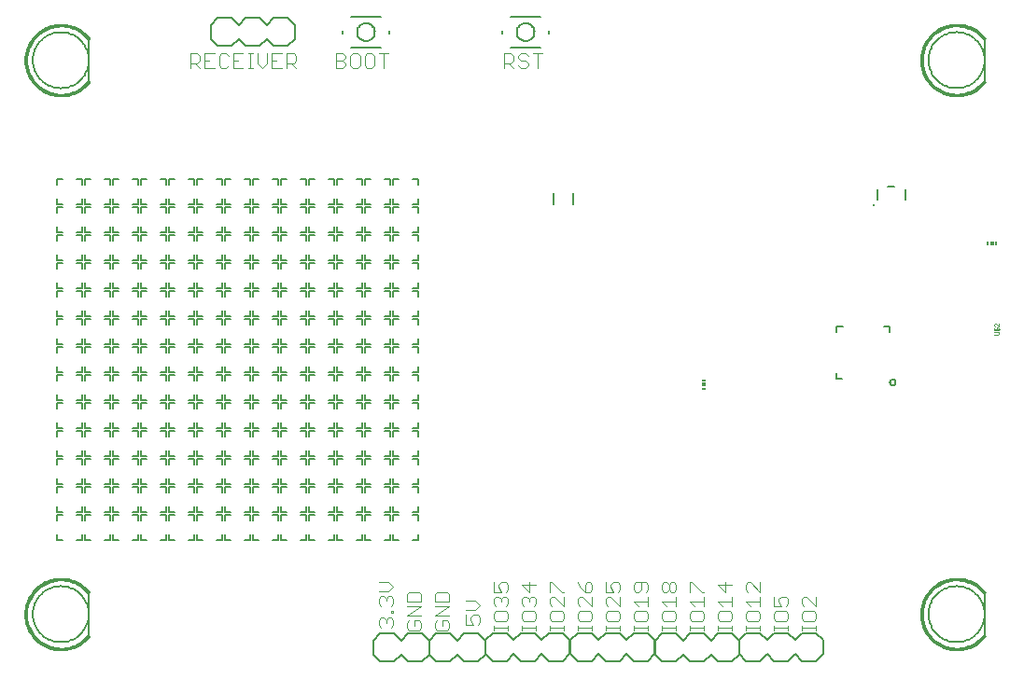
<source format=gto>
G75*
G70*
%OFA0B0*%
%FSLAX24Y24*%
%IPPOS*%
%LPD*%
%AMOC8*
5,1,8,0,0,1.08239X$1,22.5*
%
%ADD10C,0.0040*%
%ADD11C,0.0080*%
%ADD12C,0.0100*%
%ADD13R,0.0118X0.0059*%
%ADD14R,0.0118X0.0118*%
%ADD15C,0.0050*%
%ADD16R,0.0059X0.0118*%
%ADD17C,0.0010*%
%ADD18C,0.0060*%
D10*
X013210Y001705D02*
X013210Y001879D01*
X013296Y001966D01*
X013383Y001966D01*
X013470Y001879D01*
X013557Y001966D01*
X013643Y001966D01*
X013730Y001879D01*
X013730Y001705D01*
X013643Y001619D01*
X013470Y001792D02*
X013470Y001879D01*
X013643Y002134D02*
X013643Y002221D01*
X013730Y002221D01*
X013730Y002134D01*
X013643Y002134D01*
X013643Y002392D02*
X013730Y002479D01*
X013730Y002652D01*
X013643Y002739D01*
X013557Y002739D01*
X013470Y002652D01*
X013470Y002566D01*
X013470Y002652D02*
X013383Y002739D01*
X013296Y002739D01*
X013210Y002652D01*
X013210Y002479D01*
X013296Y002392D01*
X013210Y001705D02*
X013296Y001619D01*
X014210Y001605D02*
X014296Y001519D01*
X014643Y001519D01*
X014730Y001605D01*
X014730Y001779D01*
X014643Y001866D01*
X014470Y001866D01*
X014470Y001692D01*
X014296Y001866D02*
X014210Y001779D01*
X014210Y001605D01*
X014210Y002034D02*
X014730Y002381D01*
X014210Y002381D01*
X014210Y002550D02*
X014210Y002810D01*
X014296Y002897D01*
X014643Y002897D01*
X014730Y002810D01*
X014730Y002550D01*
X014210Y002550D01*
X014210Y002034D02*
X014730Y002034D01*
X015210Y002034D02*
X015730Y002381D01*
X015210Y002381D01*
X015210Y002550D02*
X015210Y002810D01*
X015296Y002897D01*
X015643Y002897D01*
X015730Y002810D01*
X015730Y002550D01*
X015210Y002550D01*
X015210Y002034D02*
X015730Y002034D01*
X015643Y001866D02*
X015470Y001866D01*
X015470Y001692D01*
X015643Y001519D02*
X015296Y001519D01*
X015210Y001605D01*
X015210Y001779D01*
X015296Y001866D01*
X015643Y001866D02*
X015730Y001779D01*
X015730Y001605D01*
X015643Y001519D01*
X016310Y001719D02*
X016310Y002066D01*
X016310Y002234D02*
X016657Y002234D01*
X016830Y002408D01*
X016657Y002581D01*
X016310Y002581D01*
X016570Y002066D02*
X016483Y001979D01*
X016483Y001892D01*
X016570Y001719D01*
X016310Y001719D01*
X016570Y002066D02*
X016743Y002066D01*
X016830Y001979D01*
X016830Y001805D01*
X016743Y001719D01*
X017310Y001692D02*
X017310Y001519D01*
X017310Y001605D02*
X017830Y001605D01*
X017830Y001519D02*
X017830Y001692D01*
X017743Y001862D02*
X017830Y001949D01*
X017830Y002123D01*
X017743Y002209D01*
X017396Y002209D01*
X017310Y002123D01*
X017310Y001949D01*
X017396Y001862D01*
X017743Y001862D01*
X018310Y001949D02*
X018396Y001862D01*
X018743Y001862D01*
X018830Y001949D01*
X018830Y002123D01*
X018743Y002209D01*
X018396Y002209D01*
X018310Y002123D01*
X018310Y001949D01*
X018310Y001692D02*
X018310Y001519D01*
X018310Y001605D02*
X018830Y001605D01*
X018830Y001519D02*
X018830Y001692D01*
X019310Y001692D02*
X019310Y001519D01*
X019310Y001605D02*
X019830Y001605D01*
X019830Y001519D02*
X019830Y001692D01*
X019743Y001862D02*
X019830Y001949D01*
X019830Y002123D01*
X019743Y002209D01*
X019396Y002209D01*
X019310Y002123D01*
X019310Y001949D01*
X019396Y001862D01*
X019743Y001862D01*
X019830Y002378D02*
X019483Y002725D01*
X019396Y002725D01*
X019310Y002638D01*
X019310Y002465D01*
X019396Y002378D01*
X018830Y002465D02*
X018743Y002378D01*
X018830Y002465D02*
X018830Y002638D01*
X018743Y002725D01*
X018657Y002725D01*
X018570Y002638D01*
X018570Y002552D01*
X018570Y002638D02*
X018483Y002725D01*
X018396Y002725D01*
X018310Y002638D01*
X018310Y002465D01*
X018396Y002378D01*
X017830Y002465D02*
X017830Y002638D01*
X017743Y002725D01*
X017657Y002725D01*
X017570Y002638D01*
X017570Y002552D01*
X017570Y002638D02*
X017483Y002725D01*
X017396Y002725D01*
X017310Y002638D01*
X017310Y002465D01*
X017396Y002378D01*
X017743Y002378D02*
X017830Y002465D01*
X017743Y002894D02*
X017830Y002981D01*
X017830Y003154D01*
X017743Y003241D01*
X017570Y003241D01*
X017483Y003154D01*
X017483Y003067D01*
X017570Y002894D01*
X017310Y002894D01*
X017310Y003241D01*
X018310Y003154D02*
X018570Y002894D01*
X018570Y003241D01*
X018830Y003154D02*
X018310Y003154D01*
X019310Y003241D02*
X019310Y002894D01*
X019310Y003241D02*
X019396Y003241D01*
X019743Y002894D01*
X019830Y002894D01*
X019830Y002725D02*
X019830Y002378D01*
X020310Y002465D02*
X020396Y002378D01*
X020310Y002465D02*
X020310Y002638D01*
X020396Y002725D01*
X020483Y002725D01*
X020830Y002378D01*
X020830Y002725D01*
X020743Y002894D02*
X020830Y002981D01*
X020830Y003154D01*
X020743Y003241D01*
X020657Y003241D01*
X020570Y003154D01*
X020570Y002894D01*
X020743Y002894D01*
X020570Y002894D02*
X020396Y003067D01*
X020310Y003241D01*
X021310Y003241D02*
X021310Y002894D01*
X021570Y002894D01*
X021483Y003067D01*
X021483Y003154D01*
X021570Y003241D01*
X021743Y003241D01*
X021830Y003154D01*
X021830Y002981D01*
X021743Y002894D01*
X021830Y002725D02*
X021830Y002378D01*
X021483Y002725D01*
X021396Y002725D01*
X021310Y002638D01*
X021310Y002465D01*
X021396Y002378D01*
X021396Y002209D02*
X021310Y002123D01*
X021310Y001949D01*
X021396Y001862D01*
X021743Y001862D01*
X021830Y001949D01*
X021830Y002123D01*
X021743Y002209D01*
X021396Y002209D01*
X021310Y001692D02*
X021310Y001519D01*
X021310Y001605D02*
X021830Y001605D01*
X021830Y001519D02*
X021830Y001692D01*
X022310Y001692D02*
X022310Y001519D01*
X022310Y001605D02*
X022830Y001605D01*
X022830Y001519D02*
X022830Y001692D01*
X022743Y001862D02*
X022830Y001949D01*
X022830Y002123D01*
X022743Y002209D01*
X022396Y002209D01*
X022310Y002123D01*
X022310Y001949D01*
X022396Y001862D01*
X022743Y001862D01*
X022830Y002378D02*
X022830Y002725D01*
X022830Y002552D02*
X022310Y002552D01*
X022483Y002378D01*
X023310Y002552D02*
X023483Y002378D01*
X023396Y002209D02*
X023310Y002123D01*
X023310Y001949D01*
X023396Y001862D01*
X023743Y001862D01*
X023830Y001949D01*
X023830Y002123D01*
X023743Y002209D01*
X023396Y002209D01*
X023310Y002552D02*
X023830Y002552D01*
X023830Y002725D02*
X023830Y002378D01*
X024310Y002552D02*
X024483Y002378D01*
X024396Y002209D02*
X024310Y002123D01*
X024310Y001949D01*
X024396Y001862D01*
X024743Y001862D01*
X024830Y001949D01*
X024830Y002123D01*
X024743Y002209D01*
X024396Y002209D01*
X024310Y002552D02*
X024830Y002552D01*
X024830Y002725D02*
X024830Y002378D01*
X025310Y002552D02*
X025830Y002552D01*
X025830Y002725D02*
X025830Y002378D01*
X025743Y002209D02*
X025396Y002209D01*
X025310Y002123D01*
X025310Y001949D01*
X025396Y001862D01*
X025743Y001862D01*
X025830Y001949D01*
X025830Y002123D01*
X025743Y002209D01*
X025483Y002378D02*
X025310Y002552D01*
X025570Y002894D02*
X025570Y003241D01*
X025830Y003154D02*
X025310Y003154D01*
X025570Y002894D01*
X024830Y002894D02*
X024743Y002894D01*
X024396Y003241D01*
X024310Y003241D01*
X024310Y002894D01*
X023830Y002981D02*
X023743Y002894D01*
X023657Y002894D01*
X023570Y002981D01*
X023570Y003154D01*
X023657Y003241D01*
X023743Y003241D01*
X023830Y003154D01*
X023830Y002981D01*
X023570Y002981D02*
X023483Y002894D01*
X023396Y002894D01*
X023310Y002981D01*
X023310Y003154D01*
X023396Y003241D01*
X023483Y003241D01*
X023570Y003154D01*
X022830Y003154D02*
X022830Y002981D01*
X022743Y002894D01*
X022570Y002981D02*
X022570Y003241D01*
X022743Y003241D02*
X022396Y003241D01*
X022310Y003154D01*
X022310Y002981D01*
X022396Y002894D01*
X022483Y002894D01*
X022570Y002981D01*
X022830Y003154D02*
X022743Y003241D01*
X020830Y002123D02*
X020743Y002209D01*
X020396Y002209D01*
X020310Y002123D01*
X020310Y001949D01*
X020396Y001862D01*
X020743Y001862D01*
X020830Y001949D01*
X020830Y002123D01*
X020830Y001692D02*
X020830Y001519D01*
X020830Y001605D02*
X020310Y001605D01*
X020310Y001519D02*
X020310Y001692D01*
X023310Y001692D02*
X023310Y001519D01*
X023310Y001605D02*
X023830Y001605D01*
X023830Y001519D02*
X023830Y001692D01*
X024310Y001692D02*
X024310Y001519D01*
X024310Y001605D02*
X024830Y001605D01*
X024830Y001519D02*
X024830Y001692D01*
X025310Y001692D02*
X025310Y001519D01*
X025310Y001605D02*
X025830Y001605D01*
X025830Y001519D02*
X025830Y001692D01*
X026310Y001692D02*
X026310Y001519D01*
X026310Y001605D02*
X026830Y001605D01*
X026830Y001519D02*
X026830Y001692D01*
X026743Y001862D02*
X026830Y001949D01*
X026830Y002123D01*
X026743Y002209D01*
X026396Y002209D01*
X026310Y002123D01*
X026310Y001949D01*
X026396Y001862D01*
X026743Y001862D01*
X026830Y002378D02*
X026830Y002725D01*
X026830Y002894D02*
X026483Y003241D01*
X026396Y003241D01*
X026310Y003154D01*
X026310Y002981D01*
X026396Y002894D01*
X026310Y002552D02*
X026830Y002552D01*
X026483Y002378D02*
X026310Y002552D01*
X026830Y002894D02*
X026830Y003241D01*
X027310Y002725D02*
X027310Y002378D01*
X027570Y002378D01*
X027483Y002552D01*
X027483Y002638D01*
X027570Y002725D01*
X027743Y002725D01*
X027830Y002638D01*
X027830Y002465D01*
X027743Y002378D01*
X027743Y002209D02*
X027396Y002209D01*
X027310Y002123D01*
X027310Y001949D01*
X027396Y001862D01*
X027743Y001862D01*
X027830Y001949D01*
X027830Y002123D01*
X027743Y002209D01*
X027830Y001692D02*
X027830Y001519D01*
X027830Y001605D02*
X027310Y001605D01*
X027310Y001519D02*
X027310Y001692D01*
X028310Y001692D02*
X028310Y001519D01*
X028310Y001605D02*
X028830Y001605D01*
X028830Y001519D02*
X028830Y001692D01*
X028743Y001862D02*
X028830Y001949D01*
X028830Y002123D01*
X028743Y002209D01*
X028396Y002209D01*
X028310Y002123D01*
X028310Y001949D01*
X028396Y001862D01*
X028743Y001862D01*
X028830Y002378D02*
X028483Y002725D01*
X028396Y002725D01*
X028310Y002638D01*
X028310Y002465D01*
X028396Y002378D01*
X028830Y002378D02*
X028830Y002725D01*
X013730Y003081D02*
X013557Y003255D01*
X013210Y003255D01*
X013210Y002908D02*
X013557Y002908D01*
X013730Y003081D01*
X013390Y021619D02*
X013390Y022139D01*
X013217Y022139D02*
X013564Y022139D01*
X013048Y022052D02*
X012962Y022139D01*
X012788Y022139D01*
X012701Y022052D01*
X012701Y021705D01*
X012788Y021619D01*
X012962Y021619D01*
X013048Y021705D01*
X013048Y022052D01*
X012533Y022052D02*
X012533Y021705D01*
X012446Y021619D01*
X012272Y021619D01*
X012186Y021705D01*
X012186Y022052D01*
X012272Y022139D01*
X012446Y022139D01*
X012533Y022052D01*
X012017Y022052D02*
X012017Y021966D01*
X011930Y021879D01*
X011670Y021879D01*
X011670Y021619D02*
X011670Y022139D01*
X011930Y022139D01*
X012017Y022052D01*
X011930Y021879D02*
X012017Y021792D01*
X012017Y021705D01*
X011930Y021619D01*
X011670Y021619D01*
X010255Y021619D02*
X010081Y021792D01*
X010168Y021792D02*
X009908Y021792D01*
X009908Y021619D02*
X009908Y022139D01*
X010168Y022139D01*
X010255Y022052D01*
X010255Y021879D01*
X010168Y021792D01*
X009739Y021619D02*
X009392Y021619D01*
X009392Y022139D01*
X009739Y022139D01*
X009565Y021879D02*
X009392Y021879D01*
X009223Y021792D02*
X009050Y021619D01*
X008876Y021792D01*
X008876Y022139D01*
X008706Y022139D02*
X008533Y022139D01*
X008619Y022139D02*
X008619Y021619D01*
X008533Y021619D02*
X008706Y021619D01*
X008364Y021619D02*
X008017Y021619D01*
X008017Y022139D01*
X008364Y022139D01*
X008190Y021879D02*
X008017Y021879D01*
X007848Y022052D02*
X007762Y022139D01*
X007588Y022139D01*
X007501Y022052D01*
X007501Y021705D01*
X007588Y021619D01*
X007762Y021619D01*
X007848Y021705D01*
X007333Y021619D02*
X006986Y021619D01*
X006986Y022139D01*
X007333Y022139D01*
X007159Y021879D02*
X006986Y021879D01*
X006817Y021879D02*
X006730Y021792D01*
X006470Y021792D01*
X006470Y021619D02*
X006470Y022139D01*
X006730Y022139D01*
X006817Y022052D01*
X006817Y021879D01*
X006643Y021792D02*
X006817Y021619D01*
X009223Y021792D02*
X009223Y022139D01*
X017670Y022139D02*
X017670Y021619D01*
X017670Y021792D02*
X017930Y021792D01*
X018017Y021879D01*
X018017Y022052D01*
X017930Y022139D01*
X017670Y022139D01*
X018186Y022052D02*
X018186Y021966D01*
X018272Y021879D01*
X018446Y021879D01*
X018533Y021792D01*
X018533Y021705D01*
X018446Y021619D01*
X018272Y021619D01*
X018186Y021705D01*
X018017Y021619D02*
X017843Y021792D01*
X018186Y022052D02*
X018272Y022139D01*
X018446Y022139D01*
X018533Y022052D01*
X018701Y022139D02*
X019048Y022139D01*
X018875Y022139D02*
X018875Y021619D01*
D11*
X002853Y002849D02*
X002853Y001349D01*
X013000Y001149D02*
X013000Y000649D01*
X013250Y000399D01*
X013750Y000399D01*
X014000Y000649D01*
X014250Y000399D01*
X014750Y000399D01*
X015000Y000649D01*
X015000Y001149D01*
X014750Y001399D01*
X014250Y001399D01*
X014000Y001149D01*
X013750Y001399D01*
X013250Y001399D01*
X013000Y001149D01*
X015000Y001149D02*
X015000Y000649D01*
X015250Y000399D01*
X015750Y000399D01*
X016000Y000649D01*
X016250Y000399D01*
X016750Y000399D01*
X017000Y000649D01*
X017000Y001149D01*
X016750Y001399D01*
X016250Y001399D01*
X016000Y001149D01*
X015750Y001399D01*
X015250Y001399D01*
X015000Y001149D01*
X017029Y001175D02*
X017029Y000675D01*
X017279Y000425D01*
X017779Y000425D01*
X018029Y000675D01*
X018279Y000425D01*
X018779Y000425D01*
X019029Y000675D01*
X019279Y000425D01*
X019779Y000425D01*
X020029Y000675D01*
X020029Y001175D01*
X019779Y001425D01*
X019279Y001425D01*
X019029Y001175D01*
X018779Y001425D01*
X018279Y001425D01*
X018029Y001175D01*
X017779Y001425D01*
X017279Y001425D01*
X017029Y001175D01*
X020052Y001177D02*
X020052Y000677D01*
X020302Y000427D01*
X020802Y000427D01*
X021052Y000677D01*
X021302Y000427D01*
X021802Y000427D01*
X022052Y000677D01*
X022302Y000427D01*
X022802Y000427D01*
X023052Y000677D01*
X023052Y001177D01*
X022802Y001427D01*
X022302Y001427D01*
X022052Y001177D01*
X021802Y001427D01*
X021302Y001427D01*
X021052Y001177D01*
X020802Y001427D01*
X020302Y001427D01*
X020052Y001177D01*
X023069Y001149D02*
X023069Y000649D01*
X023319Y000399D01*
X023819Y000399D01*
X024069Y000649D01*
X024319Y000399D01*
X024819Y000399D01*
X025069Y000649D01*
X025319Y000399D01*
X025819Y000399D01*
X026069Y000649D01*
X026069Y001149D01*
X025819Y001399D01*
X025319Y001399D01*
X025069Y001149D01*
X024819Y001399D01*
X024319Y001399D01*
X024069Y001149D01*
X023819Y001399D01*
X023319Y001399D01*
X023069Y001149D01*
X026081Y001180D02*
X026081Y000680D01*
X026331Y000430D01*
X026831Y000430D01*
X027081Y000680D01*
X027331Y000430D01*
X027831Y000430D01*
X028081Y000680D01*
X028331Y000430D01*
X028831Y000430D01*
X029081Y000680D01*
X029081Y001180D01*
X028831Y001430D01*
X028331Y001430D01*
X028081Y001180D01*
X027831Y001430D01*
X027331Y001430D01*
X027081Y001180D01*
X026831Y001430D01*
X026331Y001430D01*
X026081Y001180D01*
X034841Y001349D02*
X034841Y002849D01*
X031463Y010386D02*
X031465Y010406D01*
X031471Y010424D01*
X031480Y010442D01*
X031492Y010457D01*
X031507Y010469D01*
X031525Y010478D01*
X031543Y010484D01*
X031563Y010486D01*
X031583Y010484D01*
X031601Y010478D01*
X031619Y010469D01*
X031634Y010457D01*
X031646Y010442D01*
X031655Y010424D01*
X031661Y010406D01*
X031663Y010386D01*
X031661Y010366D01*
X031655Y010348D01*
X031646Y010330D01*
X031634Y010315D01*
X031619Y010303D01*
X031601Y010294D01*
X031583Y010288D01*
X031563Y010286D01*
X031543Y010288D01*
X031525Y010294D01*
X031507Y010303D01*
X031492Y010315D01*
X031480Y010330D01*
X031471Y010348D01*
X031465Y010366D01*
X031463Y010386D01*
X029752Y010504D02*
X029555Y010504D01*
X029555Y010701D01*
X029555Y012197D02*
X029555Y012394D01*
X029791Y012394D01*
X031248Y012394D02*
X031445Y012394D01*
X031445Y012197D01*
X031000Y016930D02*
X031000Y017268D01*
X031394Y017378D02*
X031606Y017378D01*
X032000Y017268D02*
X032000Y016930D01*
X034841Y021149D02*
X034841Y022649D01*
X020135Y017146D02*
X020135Y016752D01*
X019465Y016752D02*
X019465Y017146D01*
X018977Y022348D02*
X017923Y022348D01*
X017623Y022848D02*
X017623Y022950D01*
X017923Y023450D02*
X018977Y023450D01*
X019277Y022950D02*
X019277Y022848D01*
X013577Y022848D02*
X013577Y022950D01*
X013277Y023450D02*
X012223Y023450D01*
X011923Y022950D02*
X011923Y022848D01*
X012223Y022348D02*
X013277Y022348D01*
X010203Y022649D02*
X009953Y022399D01*
X009453Y022399D01*
X009203Y022649D01*
X008953Y022399D01*
X008453Y022399D01*
X008203Y022649D01*
X007953Y022399D01*
X007453Y022399D01*
X007203Y022649D01*
X007203Y023149D01*
X007453Y023399D01*
X007953Y023399D01*
X008203Y023149D01*
X008453Y023399D01*
X008953Y023399D01*
X009203Y023149D01*
X009453Y023399D01*
X009953Y023399D01*
X010203Y023149D01*
X010203Y022649D01*
X002856Y022646D02*
X002856Y021146D01*
D12*
X030870Y016699D03*
D13*
X024809Y010446D03*
X024809Y010151D03*
D14*
X024809Y010299D03*
X035100Y015340D03*
D15*
X018133Y022899D02*
X018135Y022934D01*
X018141Y022970D01*
X018151Y023004D01*
X018164Y023037D01*
X018182Y023068D01*
X018202Y023097D01*
X018226Y023123D01*
X018252Y023147D01*
X018281Y023167D01*
X018312Y023185D01*
X018345Y023198D01*
X018379Y023208D01*
X018415Y023214D01*
X018450Y023216D01*
X018485Y023214D01*
X018521Y023208D01*
X018555Y023198D01*
X018588Y023185D01*
X018619Y023167D01*
X018648Y023147D01*
X018674Y023123D01*
X018698Y023097D01*
X018718Y023068D01*
X018736Y023037D01*
X018749Y023004D01*
X018759Y022970D01*
X018765Y022934D01*
X018767Y022899D01*
X018765Y022864D01*
X018759Y022828D01*
X018749Y022794D01*
X018736Y022761D01*
X018718Y022730D01*
X018698Y022701D01*
X018674Y022675D01*
X018648Y022651D01*
X018619Y022631D01*
X018588Y022613D01*
X018555Y022600D01*
X018521Y022590D01*
X018485Y022584D01*
X018450Y022582D01*
X018415Y022584D01*
X018379Y022590D01*
X018345Y022600D01*
X018312Y022613D01*
X018281Y022631D01*
X018252Y022651D01*
X018226Y022675D01*
X018202Y022701D01*
X018182Y022730D01*
X018164Y022761D01*
X018151Y022794D01*
X018141Y022828D01*
X018135Y022864D01*
X018133Y022899D01*
X012433Y022899D02*
X012435Y022934D01*
X012441Y022970D01*
X012451Y023004D01*
X012464Y023037D01*
X012482Y023068D01*
X012502Y023097D01*
X012526Y023123D01*
X012552Y023147D01*
X012581Y023167D01*
X012612Y023185D01*
X012645Y023198D01*
X012679Y023208D01*
X012715Y023214D01*
X012750Y023216D01*
X012785Y023214D01*
X012821Y023208D01*
X012855Y023198D01*
X012888Y023185D01*
X012919Y023167D01*
X012948Y023147D01*
X012974Y023123D01*
X012998Y023097D01*
X013018Y023068D01*
X013036Y023037D01*
X013049Y023004D01*
X013059Y022970D01*
X013065Y022934D01*
X013067Y022899D01*
X013065Y022864D01*
X013059Y022828D01*
X013049Y022794D01*
X013036Y022761D01*
X013018Y022730D01*
X012998Y022701D01*
X012974Y022675D01*
X012948Y022651D01*
X012919Y022631D01*
X012888Y022613D01*
X012855Y022600D01*
X012821Y022590D01*
X012785Y022584D01*
X012750Y022582D01*
X012715Y022584D01*
X012679Y022590D01*
X012645Y022600D01*
X012612Y022613D01*
X012581Y022631D01*
X012552Y022651D01*
X012526Y022675D01*
X012502Y022701D01*
X012482Y022730D01*
X012464Y022761D01*
X012451Y022794D01*
X012441Y022828D01*
X012435Y022864D01*
X012433Y022899D01*
D16*
X034952Y015340D03*
X035248Y015340D03*
D17*
X035244Y012483D02*
X035219Y012483D01*
X035194Y012458D01*
X035194Y012408D01*
X035219Y012383D01*
X035219Y012336D02*
X035194Y012311D01*
X035194Y012261D01*
X035219Y012236D01*
X035244Y012236D01*
X035269Y012261D01*
X035269Y012311D01*
X035294Y012336D01*
X035319Y012336D01*
X035344Y012311D01*
X035344Y012261D01*
X035319Y012236D01*
X035319Y012189D02*
X035194Y012189D01*
X035169Y012286D02*
X035369Y012286D01*
X035344Y012383D02*
X035244Y012483D01*
X035344Y012483D02*
X035344Y012383D01*
X035319Y012189D02*
X035344Y012164D01*
X035344Y012114D01*
X035319Y012089D01*
X035194Y012089D01*
X034873Y022679D02*
X034801Y022625D01*
X034802Y022626D02*
X034759Y022679D01*
X034714Y022730D01*
X034665Y022778D01*
X034614Y022823D01*
X034560Y022866D01*
X034504Y022905D01*
X034446Y022941D01*
X034386Y022974D01*
X034325Y023003D01*
X034261Y023028D01*
X034197Y023050D01*
X034131Y023069D01*
X034064Y023083D01*
X033997Y023094D01*
X033929Y023101D01*
X033861Y023104D01*
X033792Y023103D01*
X033724Y023098D01*
X033656Y023090D01*
X033589Y023077D01*
X033523Y023061D01*
X033458Y023041D01*
X033393Y023018D01*
X033331Y022991D01*
X033270Y022960D01*
X033211Y022926D01*
X033153Y022889D01*
X033098Y022848D01*
X033046Y022804D01*
X032996Y022758D01*
X032949Y022709D01*
X032904Y022657D01*
X032863Y022603D01*
X032824Y022546D01*
X032789Y022487D01*
X032758Y022427D01*
X032730Y022365D01*
X032705Y022301D01*
X032684Y022236D01*
X032667Y022170D01*
X032653Y022103D01*
X032644Y022035D01*
X032638Y021967D01*
X032636Y021899D01*
X032638Y021831D01*
X032644Y021763D01*
X032653Y021695D01*
X032667Y021628D01*
X032684Y021562D01*
X032705Y021497D01*
X032730Y021433D01*
X032758Y021371D01*
X032789Y021311D01*
X032824Y021252D01*
X032863Y021195D01*
X032904Y021141D01*
X032949Y021089D01*
X032996Y021040D01*
X033046Y020994D01*
X033098Y020950D01*
X033153Y020909D01*
X033211Y020872D01*
X033270Y020838D01*
X033331Y020807D01*
X033393Y020780D01*
X033458Y020757D01*
X033523Y020737D01*
X033589Y020721D01*
X033656Y020708D01*
X033724Y020700D01*
X033792Y020695D01*
X033861Y020694D01*
X033929Y020697D01*
X033997Y020704D01*
X034064Y020715D01*
X034131Y020729D01*
X034197Y020748D01*
X034261Y020770D01*
X034325Y020795D01*
X034386Y020824D01*
X034446Y020857D01*
X034504Y020893D01*
X034560Y020932D01*
X034614Y020975D01*
X034665Y021020D01*
X034714Y021068D01*
X034759Y021119D01*
X034802Y021172D01*
X034873Y021119D01*
X034874Y021118D01*
X034830Y021063D01*
X034782Y021010D01*
X034732Y020959D01*
X034679Y020912D01*
X034624Y020868D01*
X034566Y020826D01*
X034506Y020788D01*
X034445Y020753D01*
X034381Y020722D01*
X034316Y020694D01*
X034249Y020670D01*
X034181Y020649D01*
X034112Y020633D01*
X034042Y020620D01*
X033972Y020611D01*
X033901Y020605D01*
X033830Y020604D01*
X033759Y020607D01*
X033688Y020613D01*
X033618Y020623D01*
X033549Y020637D01*
X033480Y020655D01*
X033412Y020677D01*
X033346Y020702D01*
X033281Y020731D01*
X033218Y020764D01*
X033157Y020800D01*
X033098Y020839D01*
X033041Y020881D01*
X032986Y020926D01*
X032934Y020975D01*
X032885Y021026D01*
X032838Y021079D01*
X032795Y021136D01*
X032755Y021194D01*
X032718Y021255D01*
X032684Y021317D01*
X032654Y021381D01*
X032627Y021447D01*
X032604Y021514D01*
X032585Y021583D01*
X032570Y021652D01*
X032558Y021722D01*
X032550Y021793D01*
X032546Y021864D01*
X032546Y021934D01*
X032550Y022005D01*
X032558Y022076D01*
X032570Y022146D01*
X032585Y022215D01*
X032604Y022284D01*
X032627Y022351D01*
X032654Y022417D01*
X032684Y022481D01*
X032718Y022543D01*
X032755Y022604D01*
X032795Y022662D01*
X032838Y022719D01*
X032885Y022772D01*
X032934Y022823D01*
X032986Y022872D01*
X033041Y022917D01*
X033098Y022959D01*
X033157Y022998D01*
X033218Y023034D01*
X033281Y023067D01*
X033346Y023096D01*
X033412Y023121D01*
X033480Y023143D01*
X033549Y023161D01*
X033618Y023175D01*
X033688Y023185D01*
X033759Y023191D01*
X033830Y023194D01*
X033901Y023193D01*
X033972Y023187D01*
X034042Y023178D01*
X034112Y023165D01*
X034181Y023149D01*
X034249Y023128D01*
X034316Y023104D01*
X034381Y023076D01*
X034445Y023045D01*
X034506Y023010D01*
X034566Y022972D01*
X034624Y022930D01*
X034679Y022886D01*
X034732Y022839D01*
X034782Y022788D01*
X034830Y022735D01*
X034874Y022680D01*
X034867Y022675D01*
X034822Y022730D01*
X034775Y022783D01*
X034724Y022834D01*
X034671Y022881D01*
X034615Y022926D01*
X034557Y022967D01*
X034497Y023005D01*
X034435Y023040D01*
X034371Y023071D01*
X034305Y023098D01*
X034238Y023122D01*
X034169Y023142D01*
X034100Y023159D01*
X034030Y023171D01*
X033959Y023180D01*
X033888Y023184D01*
X033817Y023185D01*
X033746Y023181D01*
X033675Y023174D01*
X033604Y023163D01*
X033535Y023148D01*
X033466Y023129D01*
X033398Y023106D01*
X033332Y023080D01*
X033267Y023050D01*
X033205Y023016D01*
X033144Y022980D01*
X033085Y022939D01*
X033028Y022896D01*
X032974Y022849D01*
X032923Y022800D01*
X032875Y022747D01*
X032829Y022693D01*
X032787Y022635D01*
X032748Y022576D01*
X032712Y022514D01*
X032679Y022451D01*
X032651Y022386D01*
X032625Y022319D01*
X032604Y022251D01*
X032586Y022182D01*
X032573Y022112D01*
X032563Y022041D01*
X032557Y021970D01*
X032555Y021899D01*
X032557Y021828D01*
X032563Y021757D01*
X032573Y021686D01*
X032586Y021616D01*
X032604Y021547D01*
X032625Y021479D01*
X032651Y021412D01*
X032679Y021347D01*
X032712Y021284D01*
X032748Y021222D01*
X032787Y021163D01*
X032829Y021105D01*
X032875Y021051D01*
X032923Y020998D01*
X032974Y020949D01*
X033028Y020902D01*
X033085Y020859D01*
X033144Y020818D01*
X033205Y020782D01*
X033267Y020748D01*
X033332Y020718D01*
X033398Y020692D01*
X033466Y020669D01*
X033535Y020650D01*
X033604Y020635D01*
X033675Y020624D01*
X033746Y020617D01*
X033817Y020613D01*
X033888Y020614D01*
X033959Y020618D01*
X034030Y020627D01*
X034100Y020639D01*
X034169Y020656D01*
X034238Y020676D01*
X034305Y020700D01*
X034371Y020727D01*
X034435Y020758D01*
X034497Y020793D01*
X034557Y020831D01*
X034615Y020872D01*
X034671Y020917D01*
X034724Y020964D01*
X034775Y021015D01*
X034822Y021068D01*
X034867Y021123D01*
X034860Y021129D01*
X034815Y021074D01*
X034768Y021021D01*
X034718Y020971D01*
X034665Y020924D01*
X034610Y020880D01*
X034552Y020838D01*
X034493Y020801D01*
X034431Y020766D01*
X034367Y020735D01*
X034302Y020708D01*
X034235Y020684D01*
X034167Y020664D01*
X034098Y020648D01*
X034029Y020636D01*
X033958Y020627D01*
X033888Y020623D01*
X033817Y020622D01*
X033746Y020626D01*
X033676Y020633D01*
X033606Y020644D01*
X033537Y020659D01*
X033469Y020678D01*
X033401Y020700D01*
X033336Y020726D01*
X033271Y020756D01*
X033209Y020789D01*
X033149Y020826D01*
X033090Y020866D01*
X033034Y020909D01*
X032980Y020955D01*
X032930Y021005D01*
X032881Y021056D01*
X032836Y021111D01*
X032794Y021168D01*
X032755Y021227D01*
X032720Y021288D01*
X032687Y021351D01*
X032659Y021416D01*
X032634Y021482D01*
X032613Y021550D01*
X032595Y021618D01*
X032582Y021688D01*
X032572Y021758D01*
X032566Y021828D01*
X032564Y021899D01*
X032566Y021970D01*
X032572Y022040D01*
X032582Y022110D01*
X032595Y022180D01*
X032613Y022248D01*
X032634Y022316D01*
X032659Y022382D01*
X032687Y022447D01*
X032720Y022510D01*
X032755Y022571D01*
X032794Y022630D01*
X032836Y022687D01*
X032881Y022742D01*
X032930Y022793D01*
X032980Y022843D01*
X033034Y022889D01*
X033090Y022932D01*
X033149Y022972D01*
X033209Y023009D01*
X033271Y023042D01*
X033336Y023072D01*
X033401Y023098D01*
X033469Y023120D01*
X033537Y023139D01*
X033606Y023154D01*
X033676Y023165D01*
X033746Y023172D01*
X033817Y023176D01*
X033888Y023175D01*
X033958Y023171D01*
X034029Y023162D01*
X034098Y023150D01*
X034167Y023134D01*
X034235Y023114D01*
X034302Y023090D01*
X034367Y023063D01*
X034431Y023032D01*
X034493Y022997D01*
X034552Y022960D01*
X034610Y022918D01*
X034665Y022874D01*
X034718Y022827D01*
X034768Y022777D01*
X034815Y022724D01*
X034860Y022669D01*
X034852Y022664D01*
X034808Y022719D01*
X034760Y022772D01*
X034710Y022822D01*
X034657Y022870D01*
X034601Y022914D01*
X034543Y022955D01*
X034483Y022992D01*
X034421Y023027D01*
X034357Y023057D01*
X034291Y023084D01*
X034224Y023108D01*
X034156Y023127D01*
X034086Y023143D01*
X034016Y023155D01*
X033946Y023163D01*
X033875Y023167D01*
X033804Y023166D01*
X033733Y023162D01*
X033662Y023154D01*
X033592Y023142D01*
X033523Y023126D01*
X033455Y023107D01*
X033387Y023083D01*
X033322Y023056D01*
X033258Y023025D01*
X033196Y022991D01*
X033136Y022953D01*
X033078Y022911D01*
X033022Y022867D01*
X032969Y022820D01*
X032919Y022769D01*
X032872Y022716D01*
X032827Y022661D01*
X032786Y022603D01*
X032749Y022543D01*
X032714Y022480D01*
X032683Y022416D01*
X032656Y022351D01*
X032633Y022284D01*
X032613Y022215D01*
X032597Y022146D01*
X032585Y022076D01*
X032577Y022005D01*
X032573Y021935D01*
X032573Y021863D01*
X032577Y021793D01*
X032585Y021722D01*
X032597Y021652D01*
X032613Y021583D01*
X032633Y021514D01*
X032656Y021447D01*
X032683Y021382D01*
X032714Y021318D01*
X032749Y021255D01*
X032786Y021195D01*
X032827Y021137D01*
X032872Y021082D01*
X032919Y021029D01*
X032969Y020978D01*
X033022Y020931D01*
X033078Y020887D01*
X033136Y020845D01*
X033196Y020807D01*
X033258Y020773D01*
X033322Y020742D01*
X033387Y020715D01*
X033455Y020691D01*
X033523Y020672D01*
X033592Y020656D01*
X033662Y020644D01*
X033733Y020636D01*
X033804Y020632D01*
X033875Y020631D01*
X033946Y020635D01*
X034016Y020643D01*
X034086Y020655D01*
X034156Y020671D01*
X034224Y020690D01*
X034291Y020714D01*
X034357Y020741D01*
X034421Y020771D01*
X034483Y020806D01*
X034543Y020843D01*
X034601Y020884D01*
X034657Y020928D01*
X034710Y020976D01*
X034760Y021026D01*
X034808Y021079D01*
X034852Y021134D01*
X034845Y021140D01*
X034801Y021085D01*
X034754Y021032D01*
X034704Y020982D01*
X034651Y020935D01*
X034596Y020891D01*
X034538Y020851D01*
X034479Y020813D01*
X034417Y020779D01*
X034353Y020749D01*
X034288Y020722D01*
X034221Y020699D01*
X034153Y020679D01*
X034085Y020664D01*
X034015Y020652D01*
X033945Y020644D01*
X033874Y020640D01*
X033804Y020641D01*
X033733Y020645D01*
X033663Y020653D01*
X033594Y020665D01*
X033525Y020680D01*
X033457Y020700D01*
X033391Y020723D01*
X033326Y020750D01*
X033262Y020781D01*
X033200Y020815D01*
X033141Y020853D01*
X033083Y020894D01*
X033028Y020938D01*
X032975Y020985D01*
X032926Y021035D01*
X032879Y021087D01*
X032835Y021143D01*
X032794Y021200D01*
X032756Y021260D01*
X032722Y021322D01*
X032692Y021385D01*
X032665Y021450D01*
X032641Y021517D01*
X032622Y021585D01*
X032606Y021654D01*
X032594Y021723D01*
X032586Y021793D01*
X032582Y021864D01*
X032582Y021934D01*
X032586Y022005D01*
X032594Y022075D01*
X032606Y022144D01*
X032622Y022213D01*
X032641Y022281D01*
X032665Y022348D01*
X032692Y022413D01*
X032722Y022476D01*
X032756Y022538D01*
X032794Y022598D01*
X032835Y022655D01*
X032879Y022711D01*
X032926Y022763D01*
X032975Y022813D01*
X033028Y022860D01*
X033083Y022904D01*
X033141Y022945D01*
X033200Y022983D01*
X033262Y023017D01*
X033326Y023048D01*
X033391Y023075D01*
X033457Y023098D01*
X033525Y023118D01*
X033594Y023133D01*
X033663Y023145D01*
X033733Y023153D01*
X033804Y023157D01*
X033874Y023158D01*
X033945Y023154D01*
X034015Y023146D01*
X034085Y023134D01*
X034153Y023119D01*
X034221Y023099D01*
X034288Y023076D01*
X034353Y023049D01*
X034417Y023019D01*
X034479Y022985D01*
X034538Y022947D01*
X034596Y022907D01*
X034651Y022863D01*
X034704Y022816D01*
X034754Y022766D01*
X034801Y022713D01*
X034845Y022658D01*
X034838Y022653D01*
X034794Y022708D01*
X034747Y022760D01*
X034698Y022809D01*
X034645Y022856D01*
X034591Y022899D01*
X034533Y022940D01*
X034474Y022977D01*
X034413Y023011D01*
X034349Y023041D01*
X034285Y023068D01*
X034218Y023091D01*
X034151Y023110D01*
X034083Y023125D01*
X034014Y023137D01*
X033944Y023145D01*
X033874Y023149D01*
X033804Y023148D01*
X033734Y023144D01*
X033665Y023136D01*
X033596Y023125D01*
X033527Y023109D01*
X033460Y023090D01*
X033394Y023066D01*
X033329Y023039D01*
X033266Y023009D01*
X033205Y022975D01*
X033146Y022938D01*
X033088Y022897D01*
X033034Y022853D01*
X032982Y022807D01*
X032932Y022757D01*
X032885Y022705D01*
X032842Y022650D01*
X032801Y022593D01*
X032764Y022534D01*
X032730Y022472D01*
X032700Y022409D01*
X032673Y022344D01*
X032650Y022278D01*
X032631Y022211D01*
X032615Y022143D01*
X032603Y022074D01*
X032595Y022004D01*
X032591Y021934D01*
X032591Y021864D01*
X032595Y021794D01*
X032603Y021724D01*
X032615Y021655D01*
X032631Y021587D01*
X032650Y021520D01*
X032673Y021454D01*
X032700Y021389D01*
X032730Y021326D01*
X032764Y021264D01*
X032801Y021205D01*
X032842Y021148D01*
X032885Y021093D01*
X032932Y021041D01*
X032982Y020991D01*
X033034Y020945D01*
X033088Y020901D01*
X033146Y020860D01*
X033205Y020823D01*
X033266Y020789D01*
X033329Y020759D01*
X033394Y020732D01*
X033460Y020708D01*
X033527Y020689D01*
X033596Y020673D01*
X033665Y020662D01*
X033734Y020654D01*
X033804Y020650D01*
X033874Y020649D01*
X033944Y020653D01*
X034014Y020661D01*
X034083Y020673D01*
X034151Y020688D01*
X034218Y020707D01*
X034285Y020730D01*
X034349Y020757D01*
X034413Y020787D01*
X034474Y020821D01*
X034533Y020858D01*
X034591Y020899D01*
X034645Y020942D01*
X034698Y020989D01*
X034747Y021038D01*
X034794Y021090D01*
X034838Y021145D01*
X034831Y021150D01*
X034787Y021096D01*
X034741Y021044D01*
X034692Y020995D01*
X034640Y020949D01*
X034585Y020906D01*
X034528Y020866D01*
X034469Y020829D01*
X034408Y020795D01*
X034346Y020765D01*
X034281Y020739D01*
X034216Y020716D01*
X034149Y020697D01*
X034081Y020681D01*
X034012Y020670D01*
X033943Y020662D01*
X033874Y020658D01*
X033804Y020659D01*
X033735Y020663D01*
X033666Y020670D01*
X033597Y020682D01*
X033530Y020698D01*
X033463Y020717D01*
X033397Y020740D01*
X033333Y020767D01*
X033270Y020797D01*
X033209Y020831D01*
X033151Y020868D01*
X033094Y020908D01*
X033040Y020951D01*
X032988Y020998D01*
X032939Y021047D01*
X032892Y021099D01*
X032849Y021153D01*
X032809Y021210D01*
X032772Y021269D01*
X032738Y021330D01*
X032708Y021393D01*
X032681Y021457D01*
X032658Y021522D01*
X032639Y021589D01*
X032624Y021657D01*
X032612Y021726D01*
X032604Y021795D01*
X032600Y021864D01*
X032600Y021934D01*
X032604Y022003D01*
X032612Y022072D01*
X032624Y022141D01*
X032639Y022209D01*
X032658Y022276D01*
X032681Y022341D01*
X032708Y022405D01*
X032738Y022468D01*
X032772Y022529D01*
X032809Y022588D01*
X032849Y022645D01*
X032892Y022699D01*
X032939Y022751D01*
X032988Y022800D01*
X033040Y022847D01*
X033094Y022890D01*
X033151Y022930D01*
X033209Y022967D01*
X033270Y023001D01*
X033333Y023031D01*
X033397Y023058D01*
X033463Y023081D01*
X033530Y023100D01*
X033597Y023116D01*
X033666Y023128D01*
X033735Y023135D01*
X033804Y023139D01*
X033874Y023140D01*
X033943Y023136D01*
X034012Y023128D01*
X034081Y023117D01*
X034149Y023101D01*
X034216Y023082D01*
X034281Y023059D01*
X034346Y023033D01*
X034408Y023003D01*
X034469Y022969D01*
X034528Y022932D01*
X034585Y022892D01*
X034640Y022849D01*
X034692Y022803D01*
X034741Y022754D01*
X034787Y022702D01*
X034831Y022648D01*
X034824Y022642D01*
X034780Y022696D01*
X034734Y022747D01*
X034685Y022796D01*
X034634Y022842D01*
X034580Y022885D01*
X034523Y022925D01*
X034465Y022961D01*
X034404Y022995D01*
X034342Y023025D01*
X034278Y023051D01*
X034213Y023073D01*
X034147Y023092D01*
X034079Y023108D01*
X034011Y023119D01*
X033943Y023127D01*
X033874Y023131D01*
X033805Y023130D01*
X033736Y023126D01*
X033667Y023119D01*
X033599Y023107D01*
X033532Y023092D01*
X033465Y023072D01*
X033400Y023049D01*
X033337Y023023D01*
X033274Y022993D01*
X033214Y022960D01*
X033156Y022923D01*
X033099Y022883D01*
X033045Y022840D01*
X032994Y022794D01*
X032945Y022745D01*
X032899Y022693D01*
X032856Y022639D01*
X032816Y022583D01*
X032780Y022524D01*
X032746Y022464D01*
X032716Y022402D01*
X032690Y022338D01*
X032667Y022273D01*
X032648Y022206D01*
X032633Y022139D01*
X032621Y022071D01*
X032613Y022002D01*
X032609Y021934D01*
X032609Y021864D01*
X032613Y021796D01*
X032621Y021727D01*
X032633Y021659D01*
X032648Y021592D01*
X032667Y021525D01*
X032690Y021460D01*
X032716Y021396D01*
X032746Y021334D01*
X032780Y021274D01*
X032816Y021215D01*
X032856Y021159D01*
X032899Y021105D01*
X032945Y021053D01*
X032994Y021004D01*
X033045Y020958D01*
X033099Y020915D01*
X033156Y020875D01*
X033214Y020838D01*
X033274Y020805D01*
X033337Y020775D01*
X033400Y020749D01*
X033465Y020726D01*
X033532Y020706D01*
X033599Y020691D01*
X033667Y020679D01*
X033736Y020672D01*
X033805Y020668D01*
X033874Y020667D01*
X033943Y020671D01*
X034011Y020679D01*
X034079Y020690D01*
X034147Y020706D01*
X034213Y020725D01*
X034278Y020747D01*
X034342Y020773D01*
X034404Y020803D01*
X034465Y020837D01*
X034523Y020873D01*
X034580Y020913D01*
X034634Y020956D01*
X034685Y021002D01*
X034734Y021051D01*
X034780Y021102D01*
X034824Y021156D01*
X034816Y021161D01*
X034773Y021107D01*
X034727Y021056D01*
X034677Y021007D01*
X034626Y020961D01*
X034571Y020918D01*
X034514Y020878D01*
X034456Y020842D01*
X034395Y020808D01*
X034332Y020779D01*
X034268Y020753D01*
X034202Y020731D01*
X034135Y020712D01*
X034068Y020697D01*
X033999Y020686D01*
X033930Y020679D01*
X033861Y020676D01*
X033792Y020677D01*
X033722Y020682D01*
X033654Y020690D01*
X033586Y020703D01*
X033518Y020719D01*
X033452Y020740D01*
X033387Y020763D01*
X033323Y020791D01*
X033261Y020822D01*
X033201Y020857D01*
X033143Y020895D01*
X033087Y020936D01*
X033034Y020980D01*
X032983Y021027D01*
X032935Y021077D01*
X032890Y021130D01*
X032848Y021185D01*
X032809Y021242D01*
X032774Y021302D01*
X032742Y021363D01*
X032713Y021426D01*
X032688Y021491D01*
X032667Y021557D01*
X032649Y021624D01*
X032636Y021692D01*
X032626Y021761D01*
X032620Y021830D01*
X032618Y021899D01*
X032620Y021968D01*
X032626Y022037D01*
X032636Y022106D01*
X032649Y022174D01*
X032667Y022241D01*
X032688Y022307D01*
X032713Y022372D01*
X032742Y022435D01*
X032774Y022496D01*
X032809Y022556D01*
X032848Y022613D01*
X032890Y022668D01*
X032935Y022721D01*
X032983Y022771D01*
X033034Y022818D01*
X033087Y022862D01*
X033143Y022903D01*
X033201Y022941D01*
X033261Y022976D01*
X033323Y023007D01*
X033387Y023035D01*
X033452Y023058D01*
X033518Y023079D01*
X033586Y023095D01*
X033654Y023108D01*
X033722Y023116D01*
X033792Y023121D01*
X033861Y023122D01*
X033930Y023119D01*
X033999Y023112D01*
X034068Y023101D01*
X034135Y023086D01*
X034202Y023067D01*
X034268Y023045D01*
X034332Y023019D01*
X034395Y022990D01*
X034456Y022956D01*
X034514Y022920D01*
X034571Y022880D01*
X034626Y022837D01*
X034677Y022791D01*
X034727Y022742D01*
X034773Y022691D01*
X034816Y022637D01*
X034809Y022631D01*
X034766Y022685D01*
X034720Y022736D01*
X034671Y022785D01*
X034620Y022830D01*
X034566Y022873D01*
X034509Y022912D01*
X034451Y022949D01*
X034391Y022982D01*
X034328Y023011D01*
X034265Y023037D01*
X034199Y023059D01*
X034133Y023077D01*
X034066Y023092D01*
X033998Y023103D01*
X033929Y023110D01*
X033861Y023113D01*
X033792Y023112D01*
X033723Y023107D01*
X033655Y023099D01*
X033587Y023086D01*
X033521Y023070D01*
X033455Y023050D01*
X033390Y023026D01*
X033327Y022999D01*
X033266Y022968D01*
X033206Y022934D01*
X033148Y022896D01*
X033093Y022855D01*
X033040Y022811D01*
X032990Y022764D01*
X032942Y022715D01*
X032897Y022663D01*
X032855Y022608D01*
X032817Y022551D01*
X032782Y022492D01*
X032750Y022431D01*
X032721Y022368D01*
X032697Y022304D01*
X032675Y022238D01*
X032658Y022172D01*
X032645Y022104D01*
X032635Y022036D01*
X032629Y021968D01*
X032627Y021899D01*
X032629Y021830D01*
X032635Y021762D01*
X032645Y021694D01*
X032658Y021626D01*
X032675Y021560D01*
X032697Y021494D01*
X032721Y021430D01*
X032750Y021367D01*
X032782Y021306D01*
X032817Y021247D01*
X032855Y021190D01*
X032897Y021135D01*
X032942Y021083D01*
X032990Y021034D01*
X033040Y020987D01*
X033093Y020943D01*
X033148Y020902D01*
X033206Y020864D01*
X033266Y020830D01*
X033327Y020799D01*
X033390Y020772D01*
X033455Y020748D01*
X033521Y020728D01*
X033587Y020712D01*
X033655Y020699D01*
X033723Y020691D01*
X033792Y020686D01*
X033861Y020685D01*
X033929Y020688D01*
X033998Y020695D01*
X034066Y020706D01*
X034133Y020721D01*
X034199Y020739D01*
X034265Y020761D01*
X034328Y020787D01*
X034391Y020816D01*
X034451Y020849D01*
X034509Y020886D01*
X034566Y020925D01*
X034620Y020968D01*
X034671Y021013D01*
X034720Y021062D01*
X034766Y021113D01*
X034809Y021167D01*
X034873Y002879D02*
X034801Y002825D01*
X034802Y002826D02*
X034759Y002879D01*
X034714Y002930D01*
X034665Y002978D01*
X034614Y003023D01*
X034560Y003066D01*
X034504Y003105D01*
X034446Y003141D01*
X034386Y003174D01*
X034325Y003203D01*
X034261Y003228D01*
X034197Y003250D01*
X034131Y003269D01*
X034064Y003283D01*
X033997Y003294D01*
X033929Y003301D01*
X033861Y003304D01*
X033792Y003303D01*
X033724Y003298D01*
X033656Y003290D01*
X033589Y003277D01*
X033523Y003261D01*
X033458Y003241D01*
X033393Y003218D01*
X033331Y003191D01*
X033270Y003160D01*
X033211Y003126D01*
X033153Y003089D01*
X033098Y003048D01*
X033046Y003004D01*
X032996Y002958D01*
X032949Y002909D01*
X032904Y002857D01*
X032863Y002803D01*
X032824Y002746D01*
X032789Y002687D01*
X032758Y002627D01*
X032730Y002565D01*
X032705Y002501D01*
X032684Y002436D01*
X032667Y002370D01*
X032653Y002303D01*
X032644Y002235D01*
X032638Y002167D01*
X032636Y002099D01*
X032638Y002031D01*
X032644Y001963D01*
X032653Y001895D01*
X032667Y001828D01*
X032684Y001762D01*
X032705Y001697D01*
X032730Y001633D01*
X032758Y001571D01*
X032789Y001511D01*
X032824Y001452D01*
X032863Y001395D01*
X032904Y001341D01*
X032949Y001289D01*
X032996Y001240D01*
X033046Y001194D01*
X033098Y001150D01*
X033153Y001109D01*
X033211Y001072D01*
X033270Y001038D01*
X033331Y001007D01*
X033393Y000980D01*
X033458Y000957D01*
X033523Y000937D01*
X033589Y000921D01*
X033656Y000908D01*
X033724Y000900D01*
X033792Y000895D01*
X033861Y000894D01*
X033929Y000897D01*
X033997Y000904D01*
X034064Y000915D01*
X034131Y000929D01*
X034197Y000948D01*
X034261Y000970D01*
X034325Y000995D01*
X034386Y001024D01*
X034446Y001057D01*
X034504Y001093D01*
X034560Y001132D01*
X034614Y001175D01*
X034665Y001220D01*
X034714Y001268D01*
X034759Y001319D01*
X034802Y001372D01*
X034873Y001319D01*
X034874Y001318D01*
X034830Y001263D01*
X034782Y001210D01*
X034732Y001159D01*
X034679Y001112D01*
X034624Y001068D01*
X034566Y001026D01*
X034506Y000988D01*
X034445Y000953D01*
X034381Y000922D01*
X034316Y000894D01*
X034249Y000870D01*
X034181Y000849D01*
X034112Y000833D01*
X034042Y000820D01*
X033972Y000811D01*
X033901Y000805D01*
X033830Y000804D01*
X033759Y000807D01*
X033688Y000813D01*
X033618Y000823D01*
X033549Y000837D01*
X033480Y000855D01*
X033412Y000877D01*
X033346Y000902D01*
X033281Y000931D01*
X033218Y000964D01*
X033157Y001000D01*
X033098Y001039D01*
X033041Y001081D01*
X032986Y001126D01*
X032934Y001175D01*
X032885Y001226D01*
X032838Y001279D01*
X032795Y001336D01*
X032755Y001394D01*
X032718Y001455D01*
X032684Y001517D01*
X032654Y001581D01*
X032627Y001647D01*
X032604Y001714D01*
X032585Y001783D01*
X032570Y001852D01*
X032558Y001922D01*
X032550Y001993D01*
X032546Y002064D01*
X032546Y002134D01*
X032550Y002205D01*
X032558Y002276D01*
X032570Y002346D01*
X032585Y002415D01*
X032604Y002484D01*
X032627Y002551D01*
X032654Y002617D01*
X032684Y002681D01*
X032718Y002743D01*
X032755Y002804D01*
X032795Y002862D01*
X032838Y002919D01*
X032885Y002972D01*
X032934Y003023D01*
X032986Y003072D01*
X033041Y003117D01*
X033098Y003159D01*
X033157Y003198D01*
X033218Y003234D01*
X033281Y003267D01*
X033346Y003296D01*
X033412Y003321D01*
X033480Y003343D01*
X033549Y003361D01*
X033618Y003375D01*
X033688Y003385D01*
X033759Y003391D01*
X033830Y003394D01*
X033901Y003393D01*
X033972Y003387D01*
X034042Y003378D01*
X034112Y003365D01*
X034181Y003349D01*
X034249Y003328D01*
X034316Y003304D01*
X034381Y003276D01*
X034445Y003245D01*
X034506Y003210D01*
X034566Y003172D01*
X034624Y003130D01*
X034679Y003086D01*
X034732Y003039D01*
X034782Y002988D01*
X034830Y002935D01*
X034874Y002880D01*
X034867Y002875D01*
X034822Y002930D01*
X034775Y002983D01*
X034724Y003034D01*
X034671Y003081D01*
X034615Y003126D01*
X034557Y003167D01*
X034497Y003205D01*
X034435Y003240D01*
X034371Y003271D01*
X034305Y003298D01*
X034238Y003322D01*
X034169Y003342D01*
X034100Y003359D01*
X034030Y003371D01*
X033959Y003380D01*
X033888Y003384D01*
X033817Y003385D01*
X033746Y003381D01*
X033675Y003374D01*
X033604Y003363D01*
X033535Y003348D01*
X033466Y003329D01*
X033398Y003306D01*
X033332Y003280D01*
X033267Y003250D01*
X033205Y003216D01*
X033144Y003180D01*
X033085Y003139D01*
X033028Y003096D01*
X032974Y003049D01*
X032923Y003000D01*
X032875Y002947D01*
X032829Y002893D01*
X032787Y002835D01*
X032748Y002776D01*
X032712Y002714D01*
X032679Y002651D01*
X032651Y002586D01*
X032625Y002519D01*
X032604Y002451D01*
X032586Y002382D01*
X032573Y002312D01*
X032563Y002241D01*
X032557Y002170D01*
X032555Y002099D01*
X032557Y002028D01*
X032563Y001957D01*
X032573Y001886D01*
X032586Y001816D01*
X032604Y001747D01*
X032625Y001679D01*
X032651Y001612D01*
X032679Y001547D01*
X032712Y001484D01*
X032748Y001422D01*
X032787Y001363D01*
X032829Y001305D01*
X032875Y001251D01*
X032923Y001198D01*
X032974Y001149D01*
X033028Y001102D01*
X033085Y001059D01*
X033144Y001018D01*
X033205Y000982D01*
X033267Y000948D01*
X033332Y000918D01*
X033398Y000892D01*
X033466Y000869D01*
X033535Y000850D01*
X033604Y000835D01*
X033675Y000824D01*
X033746Y000817D01*
X033817Y000813D01*
X033888Y000814D01*
X033959Y000818D01*
X034030Y000827D01*
X034100Y000839D01*
X034169Y000856D01*
X034238Y000876D01*
X034305Y000900D01*
X034371Y000927D01*
X034435Y000958D01*
X034497Y000993D01*
X034557Y001031D01*
X034615Y001072D01*
X034671Y001117D01*
X034724Y001164D01*
X034775Y001215D01*
X034822Y001268D01*
X034867Y001323D01*
X034860Y001329D01*
X034815Y001274D01*
X034768Y001221D01*
X034718Y001171D01*
X034665Y001124D01*
X034610Y001080D01*
X034552Y001038D01*
X034493Y001001D01*
X034431Y000966D01*
X034367Y000935D01*
X034302Y000908D01*
X034235Y000884D01*
X034167Y000864D01*
X034098Y000848D01*
X034029Y000836D01*
X033958Y000827D01*
X033888Y000823D01*
X033817Y000822D01*
X033746Y000826D01*
X033676Y000833D01*
X033606Y000844D01*
X033537Y000859D01*
X033469Y000878D01*
X033401Y000900D01*
X033336Y000926D01*
X033271Y000956D01*
X033209Y000989D01*
X033149Y001026D01*
X033090Y001066D01*
X033034Y001109D01*
X032980Y001155D01*
X032930Y001205D01*
X032881Y001256D01*
X032836Y001311D01*
X032794Y001368D01*
X032755Y001427D01*
X032720Y001488D01*
X032687Y001551D01*
X032659Y001616D01*
X032634Y001682D01*
X032613Y001750D01*
X032595Y001818D01*
X032582Y001888D01*
X032572Y001958D01*
X032566Y002028D01*
X032564Y002099D01*
X032566Y002170D01*
X032572Y002240D01*
X032582Y002310D01*
X032595Y002380D01*
X032613Y002448D01*
X032634Y002516D01*
X032659Y002582D01*
X032687Y002647D01*
X032720Y002710D01*
X032755Y002771D01*
X032794Y002830D01*
X032836Y002887D01*
X032881Y002942D01*
X032930Y002993D01*
X032980Y003043D01*
X033034Y003089D01*
X033090Y003132D01*
X033149Y003172D01*
X033209Y003209D01*
X033271Y003242D01*
X033336Y003272D01*
X033401Y003298D01*
X033469Y003320D01*
X033537Y003339D01*
X033606Y003354D01*
X033676Y003365D01*
X033746Y003372D01*
X033817Y003376D01*
X033888Y003375D01*
X033958Y003371D01*
X034029Y003362D01*
X034098Y003350D01*
X034167Y003334D01*
X034235Y003314D01*
X034302Y003290D01*
X034367Y003263D01*
X034431Y003232D01*
X034493Y003197D01*
X034552Y003160D01*
X034610Y003118D01*
X034665Y003074D01*
X034718Y003027D01*
X034768Y002977D01*
X034815Y002924D01*
X034860Y002869D01*
X034852Y002864D01*
X034808Y002919D01*
X034760Y002972D01*
X034710Y003022D01*
X034657Y003070D01*
X034601Y003114D01*
X034543Y003155D01*
X034483Y003192D01*
X034421Y003227D01*
X034357Y003257D01*
X034291Y003284D01*
X034224Y003308D01*
X034156Y003327D01*
X034086Y003343D01*
X034016Y003355D01*
X033946Y003363D01*
X033875Y003367D01*
X033804Y003366D01*
X033733Y003362D01*
X033662Y003354D01*
X033592Y003342D01*
X033523Y003326D01*
X033455Y003307D01*
X033387Y003283D01*
X033322Y003256D01*
X033258Y003225D01*
X033196Y003191D01*
X033136Y003153D01*
X033078Y003111D01*
X033022Y003067D01*
X032969Y003020D01*
X032919Y002969D01*
X032872Y002916D01*
X032827Y002861D01*
X032786Y002803D01*
X032749Y002743D01*
X032714Y002680D01*
X032683Y002616D01*
X032656Y002551D01*
X032633Y002484D01*
X032613Y002415D01*
X032597Y002346D01*
X032585Y002276D01*
X032577Y002205D01*
X032573Y002135D01*
X032573Y002063D01*
X032577Y001993D01*
X032585Y001922D01*
X032597Y001852D01*
X032613Y001783D01*
X032633Y001714D01*
X032656Y001647D01*
X032683Y001582D01*
X032714Y001518D01*
X032749Y001455D01*
X032786Y001395D01*
X032827Y001337D01*
X032872Y001282D01*
X032919Y001229D01*
X032969Y001178D01*
X033022Y001131D01*
X033078Y001087D01*
X033136Y001045D01*
X033196Y001007D01*
X033258Y000973D01*
X033322Y000942D01*
X033387Y000915D01*
X033455Y000891D01*
X033523Y000872D01*
X033592Y000856D01*
X033662Y000844D01*
X033733Y000836D01*
X033804Y000832D01*
X033875Y000831D01*
X033946Y000835D01*
X034016Y000843D01*
X034086Y000855D01*
X034156Y000871D01*
X034224Y000890D01*
X034291Y000914D01*
X034357Y000941D01*
X034421Y000971D01*
X034483Y001006D01*
X034543Y001043D01*
X034601Y001084D01*
X034657Y001128D01*
X034710Y001176D01*
X034760Y001226D01*
X034808Y001279D01*
X034852Y001334D01*
X034845Y001340D01*
X034801Y001285D01*
X034754Y001232D01*
X034704Y001182D01*
X034651Y001135D01*
X034596Y001091D01*
X034538Y001051D01*
X034479Y001013D01*
X034417Y000979D01*
X034353Y000949D01*
X034288Y000922D01*
X034221Y000899D01*
X034153Y000879D01*
X034085Y000864D01*
X034015Y000852D01*
X033945Y000844D01*
X033874Y000840D01*
X033804Y000841D01*
X033733Y000845D01*
X033663Y000853D01*
X033594Y000865D01*
X033525Y000880D01*
X033457Y000900D01*
X033391Y000923D01*
X033326Y000950D01*
X033262Y000981D01*
X033200Y001015D01*
X033141Y001053D01*
X033083Y001094D01*
X033028Y001138D01*
X032975Y001185D01*
X032926Y001235D01*
X032879Y001287D01*
X032835Y001343D01*
X032794Y001400D01*
X032756Y001460D01*
X032722Y001522D01*
X032692Y001585D01*
X032665Y001650D01*
X032641Y001717D01*
X032622Y001785D01*
X032606Y001854D01*
X032594Y001923D01*
X032586Y001993D01*
X032582Y002064D01*
X032582Y002134D01*
X032586Y002205D01*
X032594Y002275D01*
X032606Y002344D01*
X032622Y002413D01*
X032641Y002481D01*
X032665Y002548D01*
X032692Y002613D01*
X032722Y002676D01*
X032756Y002738D01*
X032794Y002798D01*
X032835Y002855D01*
X032879Y002911D01*
X032926Y002963D01*
X032975Y003013D01*
X033028Y003060D01*
X033083Y003104D01*
X033141Y003145D01*
X033200Y003183D01*
X033262Y003217D01*
X033326Y003248D01*
X033391Y003275D01*
X033457Y003298D01*
X033525Y003318D01*
X033594Y003333D01*
X033663Y003345D01*
X033733Y003353D01*
X033804Y003357D01*
X033874Y003358D01*
X033945Y003354D01*
X034015Y003346D01*
X034085Y003334D01*
X034153Y003319D01*
X034221Y003299D01*
X034288Y003276D01*
X034353Y003249D01*
X034417Y003219D01*
X034479Y003185D01*
X034538Y003147D01*
X034596Y003107D01*
X034651Y003063D01*
X034704Y003016D01*
X034754Y002966D01*
X034801Y002913D01*
X034845Y002858D01*
X034838Y002853D01*
X034794Y002908D01*
X034747Y002960D01*
X034698Y003009D01*
X034645Y003056D01*
X034591Y003099D01*
X034533Y003140D01*
X034474Y003177D01*
X034413Y003211D01*
X034349Y003241D01*
X034285Y003268D01*
X034218Y003291D01*
X034151Y003310D01*
X034083Y003325D01*
X034014Y003337D01*
X033944Y003345D01*
X033874Y003349D01*
X033804Y003348D01*
X033734Y003344D01*
X033665Y003336D01*
X033596Y003325D01*
X033527Y003309D01*
X033460Y003290D01*
X033394Y003266D01*
X033329Y003239D01*
X033266Y003209D01*
X033205Y003175D01*
X033146Y003138D01*
X033088Y003097D01*
X033034Y003053D01*
X032982Y003007D01*
X032932Y002957D01*
X032885Y002905D01*
X032842Y002850D01*
X032801Y002793D01*
X032764Y002734D01*
X032730Y002672D01*
X032700Y002609D01*
X032673Y002544D01*
X032650Y002478D01*
X032631Y002411D01*
X032615Y002343D01*
X032603Y002274D01*
X032595Y002204D01*
X032591Y002134D01*
X032591Y002064D01*
X032595Y001994D01*
X032603Y001924D01*
X032615Y001855D01*
X032631Y001787D01*
X032650Y001720D01*
X032673Y001654D01*
X032700Y001589D01*
X032730Y001526D01*
X032764Y001464D01*
X032801Y001405D01*
X032842Y001348D01*
X032885Y001293D01*
X032932Y001241D01*
X032982Y001191D01*
X033034Y001145D01*
X033088Y001101D01*
X033146Y001060D01*
X033205Y001023D01*
X033266Y000989D01*
X033329Y000959D01*
X033394Y000932D01*
X033460Y000908D01*
X033527Y000889D01*
X033596Y000873D01*
X033665Y000862D01*
X033734Y000854D01*
X033804Y000850D01*
X033874Y000849D01*
X033944Y000853D01*
X034014Y000861D01*
X034083Y000873D01*
X034151Y000888D01*
X034218Y000907D01*
X034285Y000930D01*
X034349Y000957D01*
X034413Y000987D01*
X034474Y001021D01*
X034533Y001058D01*
X034591Y001099D01*
X034645Y001142D01*
X034698Y001189D01*
X034747Y001238D01*
X034794Y001290D01*
X034838Y001345D01*
X034831Y001350D01*
X034787Y001296D01*
X034741Y001244D01*
X034692Y001195D01*
X034640Y001149D01*
X034585Y001106D01*
X034528Y001066D01*
X034469Y001029D01*
X034408Y000995D01*
X034346Y000965D01*
X034281Y000939D01*
X034216Y000916D01*
X034149Y000897D01*
X034081Y000881D01*
X034012Y000870D01*
X033943Y000862D01*
X033874Y000858D01*
X033804Y000859D01*
X033735Y000863D01*
X033666Y000870D01*
X033597Y000882D01*
X033530Y000898D01*
X033463Y000917D01*
X033397Y000940D01*
X033333Y000967D01*
X033270Y000997D01*
X033209Y001031D01*
X033151Y001068D01*
X033094Y001108D01*
X033040Y001151D01*
X032988Y001198D01*
X032939Y001247D01*
X032892Y001299D01*
X032849Y001353D01*
X032809Y001410D01*
X032772Y001469D01*
X032738Y001530D01*
X032708Y001593D01*
X032681Y001657D01*
X032658Y001722D01*
X032639Y001789D01*
X032624Y001857D01*
X032612Y001926D01*
X032604Y001995D01*
X032600Y002064D01*
X032600Y002134D01*
X032604Y002203D01*
X032612Y002272D01*
X032624Y002341D01*
X032639Y002409D01*
X032658Y002476D01*
X032681Y002541D01*
X032708Y002605D01*
X032738Y002668D01*
X032772Y002729D01*
X032809Y002788D01*
X032849Y002845D01*
X032892Y002899D01*
X032939Y002951D01*
X032988Y003000D01*
X033040Y003047D01*
X033094Y003090D01*
X033151Y003130D01*
X033209Y003167D01*
X033270Y003201D01*
X033333Y003231D01*
X033397Y003258D01*
X033463Y003281D01*
X033530Y003300D01*
X033597Y003316D01*
X033666Y003328D01*
X033735Y003335D01*
X033804Y003339D01*
X033874Y003340D01*
X033943Y003336D01*
X034012Y003328D01*
X034081Y003317D01*
X034149Y003301D01*
X034216Y003282D01*
X034281Y003259D01*
X034346Y003233D01*
X034408Y003203D01*
X034469Y003169D01*
X034528Y003132D01*
X034585Y003092D01*
X034640Y003049D01*
X034692Y003003D01*
X034741Y002954D01*
X034787Y002902D01*
X034831Y002848D01*
X034824Y002842D01*
X034780Y002896D01*
X034734Y002947D01*
X034685Y002996D01*
X034634Y003042D01*
X034580Y003085D01*
X034523Y003125D01*
X034465Y003161D01*
X034404Y003195D01*
X034342Y003225D01*
X034278Y003251D01*
X034213Y003273D01*
X034147Y003292D01*
X034079Y003308D01*
X034011Y003319D01*
X033943Y003327D01*
X033874Y003331D01*
X033805Y003330D01*
X033736Y003326D01*
X033667Y003319D01*
X033599Y003307D01*
X033532Y003292D01*
X033465Y003272D01*
X033400Y003249D01*
X033337Y003223D01*
X033274Y003193D01*
X033214Y003160D01*
X033156Y003123D01*
X033099Y003083D01*
X033045Y003040D01*
X032994Y002994D01*
X032945Y002945D01*
X032899Y002893D01*
X032856Y002839D01*
X032816Y002783D01*
X032780Y002724D01*
X032746Y002664D01*
X032716Y002602D01*
X032690Y002538D01*
X032667Y002473D01*
X032648Y002406D01*
X032633Y002339D01*
X032621Y002271D01*
X032613Y002202D01*
X032609Y002134D01*
X032609Y002064D01*
X032613Y001996D01*
X032621Y001927D01*
X032633Y001859D01*
X032648Y001792D01*
X032667Y001725D01*
X032690Y001660D01*
X032716Y001596D01*
X032746Y001534D01*
X032780Y001474D01*
X032816Y001415D01*
X032856Y001359D01*
X032899Y001305D01*
X032945Y001253D01*
X032994Y001204D01*
X033045Y001158D01*
X033099Y001115D01*
X033156Y001075D01*
X033214Y001038D01*
X033274Y001005D01*
X033337Y000975D01*
X033400Y000949D01*
X033465Y000926D01*
X033532Y000906D01*
X033599Y000891D01*
X033667Y000879D01*
X033736Y000872D01*
X033805Y000868D01*
X033874Y000867D01*
X033943Y000871D01*
X034011Y000879D01*
X034079Y000890D01*
X034147Y000906D01*
X034213Y000925D01*
X034278Y000947D01*
X034342Y000973D01*
X034404Y001003D01*
X034465Y001037D01*
X034523Y001073D01*
X034580Y001113D01*
X034634Y001156D01*
X034685Y001202D01*
X034734Y001251D01*
X034780Y001302D01*
X034824Y001356D01*
X034816Y001361D01*
X034773Y001307D01*
X034727Y001256D01*
X034677Y001207D01*
X034626Y001161D01*
X034571Y001118D01*
X034514Y001078D01*
X034456Y001042D01*
X034395Y001008D01*
X034332Y000979D01*
X034268Y000953D01*
X034202Y000931D01*
X034135Y000912D01*
X034068Y000897D01*
X033999Y000886D01*
X033930Y000879D01*
X033861Y000876D01*
X033792Y000877D01*
X033722Y000882D01*
X033654Y000890D01*
X033586Y000903D01*
X033518Y000919D01*
X033452Y000940D01*
X033387Y000963D01*
X033323Y000991D01*
X033261Y001022D01*
X033201Y001057D01*
X033143Y001095D01*
X033087Y001136D01*
X033034Y001180D01*
X032983Y001227D01*
X032935Y001277D01*
X032890Y001330D01*
X032848Y001385D01*
X032809Y001442D01*
X032774Y001502D01*
X032742Y001563D01*
X032713Y001626D01*
X032688Y001691D01*
X032667Y001757D01*
X032649Y001824D01*
X032636Y001892D01*
X032626Y001961D01*
X032620Y002030D01*
X032618Y002099D01*
X032620Y002168D01*
X032626Y002237D01*
X032636Y002306D01*
X032649Y002374D01*
X032667Y002441D01*
X032688Y002507D01*
X032713Y002572D01*
X032742Y002635D01*
X032774Y002696D01*
X032809Y002756D01*
X032848Y002813D01*
X032890Y002868D01*
X032935Y002921D01*
X032983Y002971D01*
X033034Y003018D01*
X033087Y003062D01*
X033143Y003103D01*
X033201Y003141D01*
X033261Y003176D01*
X033323Y003207D01*
X033387Y003235D01*
X033452Y003258D01*
X033518Y003279D01*
X033586Y003295D01*
X033654Y003308D01*
X033722Y003316D01*
X033792Y003321D01*
X033861Y003322D01*
X033930Y003319D01*
X033999Y003312D01*
X034068Y003301D01*
X034135Y003286D01*
X034202Y003267D01*
X034268Y003245D01*
X034332Y003219D01*
X034395Y003190D01*
X034456Y003156D01*
X034514Y003120D01*
X034571Y003080D01*
X034626Y003037D01*
X034677Y002991D01*
X034727Y002942D01*
X034773Y002891D01*
X034816Y002837D01*
X034809Y002831D01*
X034766Y002885D01*
X034720Y002936D01*
X034671Y002985D01*
X034620Y003030D01*
X034566Y003073D01*
X034509Y003112D01*
X034451Y003149D01*
X034391Y003182D01*
X034328Y003211D01*
X034265Y003237D01*
X034199Y003259D01*
X034133Y003277D01*
X034066Y003292D01*
X033998Y003303D01*
X033929Y003310D01*
X033861Y003313D01*
X033792Y003312D01*
X033723Y003307D01*
X033655Y003299D01*
X033587Y003286D01*
X033521Y003270D01*
X033455Y003250D01*
X033390Y003226D01*
X033327Y003199D01*
X033266Y003168D01*
X033206Y003134D01*
X033148Y003096D01*
X033093Y003055D01*
X033040Y003011D01*
X032990Y002964D01*
X032942Y002915D01*
X032897Y002863D01*
X032855Y002808D01*
X032817Y002751D01*
X032782Y002692D01*
X032750Y002631D01*
X032721Y002568D01*
X032697Y002504D01*
X032675Y002438D01*
X032658Y002372D01*
X032645Y002304D01*
X032635Y002236D01*
X032629Y002168D01*
X032627Y002099D01*
X032629Y002030D01*
X032635Y001962D01*
X032645Y001894D01*
X032658Y001826D01*
X032675Y001760D01*
X032697Y001694D01*
X032721Y001630D01*
X032750Y001567D01*
X032782Y001506D01*
X032817Y001447D01*
X032855Y001390D01*
X032897Y001335D01*
X032942Y001283D01*
X032990Y001234D01*
X033040Y001187D01*
X033093Y001143D01*
X033148Y001102D01*
X033206Y001064D01*
X033266Y001030D01*
X033327Y000999D01*
X033390Y000972D01*
X033455Y000948D01*
X033521Y000928D01*
X033587Y000912D01*
X033655Y000899D01*
X033723Y000891D01*
X033792Y000886D01*
X033861Y000885D01*
X033929Y000888D01*
X033998Y000895D01*
X034066Y000906D01*
X034133Y000921D01*
X034199Y000939D01*
X034265Y000961D01*
X034328Y000987D01*
X034391Y001016D01*
X034451Y001049D01*
X034509Y001086D01*
X034566Y001125D01*
X034620Y001168D01*
X034671Y001213D01*
X034720Y001262D01*
X034766Y001313D01*
X034809Y001367D01*
X002885Y002879D02*
X002813Y002825D01*
X002814Y002826D02*
X002771Y002879D01*
X002726Y002930D01*
X002677Y002978D01*
X002626Y003023D01*
X002572Y003066D01*
X002516Y003105D01*
X002458Y003141D01*
X002398Y003174D01*
X002337Y003203D01*
X002273Y003228D01*
X002209Y003250D01*
X002143Y003269D01*
X002076Y003283D01*
X002009Y003294D01*
X001941Y003301D01*
X001873Y003304D01*
X001804Y003303D01*
X001736Y003298D01*
X001668Y003290D01*
X001601Y003277D01*
X001535Y003261D01*
X001470Y003241D01*
X001405Y003218D01*
X001343Y003191D01*
X001282Y003160D01*
X001223Y003126D01*
X001165Y003089D01*
X001110Y003048D01*
X001058Y003004D01*
X001008Y002958D01*
X000961Y002909D01*
X000916Y002857D01*
X000875Y002803D01*
X000836Y002746D01*
X000801Y002687D01*
X000770Y002627D01*
X000742Y002565D01*
X000717Y002501D01*
X000696Y002436D01*
X000679Y002370D01*
X000665Y002303D01*
X000656Y002235D01*
X000650Y002167D01*
X000648Y002099D01*
X000650Y002031D01*
X000656Y001963D01*
X000665Y001895D01*
X000679Y001828D01*
X000696Y001762D01*
X000717Y001697D01*
X000742Y001633D01*
X000770Y001571D01*
X000801Y001511D01*
X000836Y001452D01*
X000875Y001395D01*
X000916Y001341D01*
X000961Y001289D01*
X001008Y001240D01*
X001058Y001194D01*
X001110Y001150D01*
X001165Y001109D01*
X001223Y001072D01*
X001282Y001038D01*
X001343Y001007D01*
X001405Y000980D01*
X001470Y000957D01*
X001535Y000937D01*
X001601Y000921D01*
X001668Y000908D01*
X001736Y000900D01*
X001804Y000895D01*
X001873Y000894D01*
X001941Y000897D01*
X002009Y000904D01*
X002076Y000915D01*
X002143Y000929D01*
X002209Y000948D01*
X002273Y000970D01*
X002337Y000995D01*
X002398Y001024D01*
X002458Y001057D01*
X002516Y001093D01*
X002572Y001132D01*
X002626Y001175D01*
X002677Y001220D01*
X002726Y001268D01*
X002771Y001319D01*
X002814Y001372D01*
X002885Y001319D01*
X002886Y001318D01*
X002842Y001263D01*
X002794Y001210D01*
X002744Y001159D01*
X002691Y001112D01*
X002636Y001068D01*
X002578Y001026D01*
X002518Y000988D01*
X002457Y000953D01*
X002393Y000922D01*
X002328Y000894D01*
X002261Y000870D01*
X002193Y000849D01*
X002124Y000833D01*
X002054Y000820D01*
X001984Y000811D01*
X001913Y000805D01*
X001842Y000804D01*
X001771Y000807D01*
X001700Y000813D01*
X001630Y000823D01*
X001561Y000837D01*
X001492Y000855D01*
X001424Y000877D01*
X001358Y000902D01*
X001293Y000931D01*
X001230Y000964D01*
X001169Y001000D01*
X001110Y001039D01*
X001053Y001081D01*
X000998Y001126D01*
X000946Y001175D01*
X000897Y001226D01*
X000850Y001279D01*
X000807Y001336D01*
X000767Y001394D01*
X000730Y001455D01*
X000696Y001517D01*
X000666Y001581D01*
X000639Y001647D01*
X000616Y001714D01*
X000597Y001783D01*
X000582Y001852D01*
X000570Y001922D01*
X000562Y001993D01*
X000558Y002064D01*
X000558Y002134D01*
X000562Y002205D01*
X000570Y002276D01*
X000582Y002346D01*
X000597Y002415D01*
X000616Y002484D01*
X000639Y002551D01*
X000666Y002617D01*
X000696Y002681D01*
X000730Y002743D01*
X000767Y002804D01*
X000807Y002862D01*
X000850Y002919D01*
X000897Y002972D01*
X000946Y003023D01*
X000998Y003072D01*
X001053Y003117D01*
X001110Y003159D01*
X001169Y003198D01*
X001230Y003234D01*
X001293Y003267D01*
X001358Y003296D01*
X001424Y003321D01*
X001492Y003343D01*
X001561Y003361D01*
X001630Y003375D01*
X001700Y003385D01*
X001771Y003391D01*
X001842Y003394D01*
X001913Y003393D01*
X001984Y003387D01*
X002054Y003378D01*
X002124Y003365D01*
X002193Y003349D01*
X002261Y003328D01*
X002328Y003304D01*
X002393Y003276D01*
X002457Y003245D01*
X002518Y003210D01*
X002578Y003172D01*
X002636Y003130D01*
X002691Y003086D01*
X002744Y003039D01*
X002794Y002988D01*
X002842Y002935D01*
X002886Y002880D01*
X002879Y002875D01*
X002834Y002930D01*
X002787Y002983D01*
X002736Y003034D01*
X002683Y003081D01*
X002627Y003126D01*
X002569Y003167D01*
X002509Y003205D01*
X002447Y003240D01*
X002383Y003271D01*
X002317Y003298D01*
X002250Y003322D01*
X002181Y003342D01*
X002112Y003359D01*
X002042Y003371D01*
X001971Y003380D01*
X001900Y003384D01*
X001829Y003385D01*
X001758Y003381D01*
X001687Y003374D01*
X001616Y003363D01*
X001547Y003348D01*
X001478Y003329D01*
X001410Y003306D01*
X001344Y003280D01*
X001279Y003250D01*
X001217Y003216D01*
X001156Y003180D01*
X001097Y003139D01*
X001040Y003096D01*
X000986Y003049D01*
X000935Y003000D01*
X000887Y002947D01*
X000841Y002893D01*
X000799Y002835D01*
X000760Y002776D01*
X000724Y002714D01*
X000691Y002651D01*
X000663Y002586D01*
X000637Y002519D01*
X000616Y002451D01*
X000598Y002382D01*
X000585Y002312D01*
X000575Y002241D01*
X000569Y002170D01*
X000567Y002099D01*
X000569Y002028D01*
X000575Y001957D01*
X000585Y001886D01*
X000598Y001816D01*
X000616Y001747D01*
X000637Y001679D01*
X000663Y001612D01*
X000691Y001547D01*
X000724Y001484D01*
X000760Y001422D01*
X000799Y001363D01*
X000841Y001305D01*
X000887Y001251D01*
X000935Y001198D01*
X000986Y001149D01*
X001040Y001102D01*
X001097Y001059D01*
X001156Y001018D01*
X001217Y000982D01*
X001279Y000948D01*
X001344Y000918D01*
X001410Y000892D01*
X001478Y000869D01*
X001547Y000850D01*
X001616Y000835D01*
X001687Y000824D01*
X001758Y000817D01*
X001829Y000813D01*
X001900Y000814D01*
X001971Y000818D01*
X002042Y000827D01*
X002112Y000839D01*
X002181Y000856D01*
X002250Y000876D01*
X002317Y000900D01*
X002383Y000927D01*
X002447Y000958D01*
X002509Y000993D01*
X002569Y001031D01*
X002627Y001072D01*
X002683Y001117D01*
X002736Y001164D01*
X002787Y001215D01*
X002834Y001268D01*
X002879Y001323D01*
X002872Y001329D01*
X002827Y001274D01*
X002780Y001221D01*
X002730Y001171D01*
X002677Y001124D01*
X002622Y001080D01*
X002564Y001038D01*
X002505Y001001D01*
X002443Y000966D01*
X002379Y000935D01*
X002314Y000908D01*
X002247Y000884D01*
X002179Y000864D01*
X002110Y000848D01*
X002041Y000836D01*
X001970Y000827D01*
X001900Y000823D01*
X001829Y000822D01*
X001758Y000826D01*
X001688Y000833D01*
X001618Y000844D01*
X001549Y000859D01*
X001481Y000878D01*
X001413Y000900D01*
X001348Y000926D01*
X001283Y000956D01*
X001221Y000989D01*
X001161Y001026D01*
X001102Y001066D01*
X001046Y001109D01*
X000992Y001155D01*
X000942Y001205D01*
X000893Y001256D01*
X000848Y001311D01*
X000806Y001368D01*
X000767Y001427D01*
X000732Y001488D01*
X000699Y001551D01*
X000671Y001616D01*
X000646Y001682D01*
X000625Y001750D01*
X000607Y001818D01*
X000594Y001888D01*
X000584Y001958D01*
X000578Y002028D01*
X000576Y002099D01*
X000578Y002170D01*
X000584Y002240D01*
X000594Y002310D01*
X000607Y002380D01*
X000625Y002448D01*
X000646Y002516D01*
X000671Y002582D01*
X000699Y002647D01*
X000732Y002710D01*
X000767Y002771D01*
X000806Y002830D01*
X000848Y002887D01*
X000893Y002942D01*
X000942Y002993D01*
X000992Y003043D01*
X001046Y003089D01*
X001102Y003132D01*
X001161Y003172D01*
X001221Y003209D01*
X001283Y003242D01*
X001348Y003272D01*
X001413Y003298D01*
X001481Y003320D01*
X001549Y003339D01*
X001618Y003354D01*
X001688Y003365D01*
X001758Y003372D01*
X001829Y003376D01*
X001900Y003375D01*
X001970Y003371D01*
X002041Y003362D01*
X002110Y003350D01*
X002179Y003334D01*
X002247Y003314D01*
X002314Y003290D01*
X002379Y003263D01*
X002443Y003232D01*
X002505Y003197D01*
X002564Y003160D01*
X002622Y003118D01*
X002677Y003074D01*
X002730Y003027D01*
X002780Y002977D01*
X002827Y002924D01*
X002872Y002869D01*
X002864Y002864D01*
X002820Y002919D01*
X002772Y002972D01*
X002722Y003022D01*
X002669Y003070D01*
X002613Y003114D01*
X002555Y003155D01*
X002495Y003192D01*
X002433Y003227D01*
X002369Y003257D01*
X002303Y003284D01*
X002236Y003308D01*
X002168Y003327D01*
X002098Y003343D01*
X002028Y003355D01*
X001958Y003363D01*
X001887Y003367D01*
X001816Y003366D01*
X001745Y003362D01*
X001674Y003354D01*
X001604Y003342D01*
X001535Y003326D01*
X001467Y003307D01*
X001399Y003283D01*
X001334Y003256D01*
X001270Y003225D01*
X001208Y003191D01*
X001148Y003153D01*
X001090Y003111D01*
X001034Y003067D01*
X000981Y003020D01*
X000931Y002969D01*
X000884Y002916D01*
X000839Y002861D01*
X000798Y002803D01*
X000761Y002743D01*
X000726Y002680D01*
X000695Y002616D01*
X000668Y002551D01*
X000645Y002484D01*
X000625Y002415D01*
X000609Y002346D01*
X000597Y002276D01*
X000589Y002205D01*
X000585Y002135D01*
X000585Y002063D01*
X000589Y001993D01*
X000597Y001922D01*
X000609Y001852D01*
X000625Y001783D01*
X000645Y001714D01*
X000668Y001647D01*
X000695Y001582D01*
X000726Y001518D01*
X000761Y001455D01*
X000798Y001395D01*
X000839Y001337D01*
X000884Y001282D01*
X000931Y001229D01*
X000981Y001178D01*
X001034Y001131D01*
X001090Y001087D01*
X001148Y001045D01*
X001208Y001007D01*
X001270Y000973D01*
X001334Y000942D01*
X001399Y000915D01*
X001467Y000891D01*
X001535Y000872D01*
X001604Y000856D01*
X001674Y000844D01*
X001745Y000836D01*
X001816Y000832D01*
X001887Y000831D01*
X001958Y000835D01*
X002028Y000843D01*
X002098Y000855D01*
X002168Y000871D01*
X002236Y000890D01*
X002303Y000914D01*
X002369Y000941D01*
X002433Y000971D01*
X002495Y001006D01*
X002555Y001043D01*
X002613Y001084D01*
X002669Y001128D01*
X002722Y001176D01*
X002772Y001226D01*
X002820Y001279D01*
X002864Y001334D01*
X002857Y001340D01*
X002813Y001285D01*
X002766Y001232D01*
X002716Y001182D01*
X002663Y001135D01*
X002608Y001091D01*
X002550Y001051D01*
X002491Y001013D01*
X002429Y000979D01*
X002365Y000949D01*
X002300Y000922D01*
X002233Y000899D01*
X002165Y000879D01*
X002097Y000864D01*
X002027Y000852D01*
X001957Y000844D01*
X001886Y000840D01*
X001816Y000841D01*
X001745Y000845D01*
X001675Y000853D01*
X001606Y000865D01*
X001537Y000880D01*
X001469Y000900D01*
X001403Y000923D01*
X001338Y000950D01*
X001274Y000981D01*
X001212Y001015D01*
X001153Y001053D01*
X001095Y001094D01*
X001040Y001138D01*
X000987Y001185D01*
X000938Y001235D01*
X000891Y001287D01*
X000847Y001343D01*
X000806Y001400D01*
X000768Y001460D01*
X000734Y001522D01*
X000704Y001585D01*
X000677Y001650D01*
X000653Y001717D01*
X000634Y001785D01*
X000618Y001854D01*
X000606Y001923D01*
X000598Y001993D01*
X000594Y002064D01*
X000594Y002134D01*
X000598Y002205D01*
X000606Y002275D01*
X000618Y002344D01*
X000634Y002413D01*
X000653Y002481D01*
X000677Y002548D01*
X000704Y002613D01*
X000734Y002676D01*
X000768Y002738D01*
X000806Y002798D01*
X000847Y002855D01*
X000891Y002911D01*
X000938Y002963D01*
X000987Y003013D01*
X001040Y003060D01*
X001095Y003104D01*
X001153Y003145D01*
X001212Y003183D01*
X001274Y003217D01*
X001338Y003248D01*
X001403Y003275D01*
X001469Y003298D01*
X001537Y003318D01*
X001606Y003333D01*
X001675Y003345D01*
X001745Y003353D01*
X001816Y003357D01*
X001886Y003358D01*
X001957Y003354D01*
X002027Y003346D01*
X002097Y003334D01*
X002165Y003319D01*
X002233Y003299D01*
X002300Y003276D01*
X002365Y003249D01*
X002429Y003219D01*
X002491Y003185D01*
X002550Y003147D01*
X002608Y003107D01*
X002663Y003063D01*
X002716Y003016D01*
X002766Y002966D01*
X002813Y002913D01*
X002857Y002858D01*
X002850Y002853D01*
X002806Y002908D01*
X002759Y002960D01*
X002710Y003009D01*
X002657Y003056D01*
X002603Y003099D01*
X002545Y003140D01*
X002486Y003177D01*
X002425Y003211D01*
X002361Y003241D01*
X002297Y003268D01*
X002230Y003291D01*
X002163Y003310D01*
X002095Y003325D01*
X002026Y003337D01*
X001956Y003345D01*
X001886Y003349D01*
X001816Y003348D01*
X001746Y003344D01*
X001677Y003336D01*
X001608Y003325D01*
X001539Y003309D01*
X001472Y003290D01*
X001406Y003266D01*
X001341Y003239D01*
X001278Y003209D01*
X001217Y003175D01*
X001158Y003138D01*
X001100Y003097D01*
X001046Y003053D01*
X000994Y003007D01*
X000944Y002957D01*
X000897Y002905D01*
X000854Y002850D01*
X000813Y002793D01*
X000776Y002734D01*
X000742Y002672D01*
X000712Y002609D01*
X000685Y002544D01*
X000662Y002478D01*
X000643Y002411D01*
X000627Y002343D01*
X000615Y002274D01*
X000607Y002204D01*
X000603Y002134D01*
X000603Y002064D01*
X000607Y001994D01*
X000615Y001924D01*
X000627Y001855D01*
X000643Y001787D01*
X000662Y001720D01*
X000685Y001654D01*
X000712Y001589D01*
X000742Y001526D01*
X000776Y001464D01*
X000813Y001405D01*
X000854Y001348D01*
X000897Y001293D01*
X000944Y001241D01*
X000994Y001191D01*
X001046Y001145D01*
X001100Y001101D01*
X001158Y001060D01*
X001217Y001023D01*
X001278Y000989D01*
X001341Y000959D01*
X001406Y000932D01*
X001472Y000908D01*
X001539Y000889D01*
X001608Y000873D01*
X001677Y000862D01*
X001746Y000854D01*
X001816Y000850D01*
X001886Y000849D01*
X001956Y000853D01*
X002026Y000861D01*
X002095Y000873D01*
X002163Y000888D01*
X002230Y000907D01*
X002297Y000930D01*
X002361Y000957D01*
X002425Y000987D01*
X002486Y001021D01*
X002545Y001058D01*
X002603Y001099D01*
X002657Y001142D01*
X002710Y001189D01*
X002759Y001238D01*
X002806Y001290D01*
X002850Y001345D01*
X002843Y001350D01*
X002799Y001296D01*
X002753Y001244D01*
X002704Y001195D01*
X002652Y001149D01*
X002597Y001106D01*
X002540Y001066D01*
X002481Y001029D01*
X002420Y000995D01*
X002358Y000965D01*
X002293Y000939D01*
X002228Y000916D01*
X002161Y000897D01*
X002093Y000881D01*
X002024Y000870D01*
X001955Y000862D01*
X001886Y000858D01*
X001816Y000859D01*
X001747Y000863D01*
X001678Y000870D01*
X001609Y000882D01*
X001542Y000898D01*
X001475Y000917D01*
X001409Y000940D01*
X001345Y000967D01*
X001282Y000997D01*
X001221Y001031D01*
X001163Y001068D01*
X001106Y001108D01*
X001052Y001151D01*
X001000Y001198D01*
X000951Y001247D01*
X000904Y001299D01*
X000861Y001353D01*
X000821Y001410D01*
X000784Y001469D01*
X000750Y001530D01*
X000720Y001593D01*
X000693Y001657D01*
X000670Y001722D01*
X000651Y001789D01*
X000636Y001857D01*
X000624Y001926D01*
X000616Y001995D01*
X000612Y002064D01*
X000612Y002134D01*
X000616Y002203D01*
X000624Y002272D01*
X000636Y002341D01*
X000651Y002409D01*
X000670Y002476D01*
X000693Y002541D01*
X000720Y002605D01*
X000750Y002668D01*
X000784Y002729D01*
X000821Y002788D01*
X000861Y002845D01*
X000904Y002899D01*
X000951Y002951D01*
X001000Y003000D01*
X001052Y003047D01*
X001106Y003090D01*
X001163Y003130D01*
X001221Y003167D01*
X001282Y003201D01*
X001345Y003231D01*
X001409Y003258D01*
X001475Y003281D01*
X001542Y003300D01*
X001609Y003316D01*
X001678Y003328D01*
X001747Y003335D01*
X001816Y003339D01*
X001886Y003340D01*
X001955Y003336D01*
X002024Y003328D01*
X002093Y003317D01*
X002161Y003301D01*
X002228Y003282D01*
X002293Y003259D01*
X002358Y003233D01*
X002420Y003203D01*
X002481Y003169D01*
X002540Y003132D01*
X002597Y003092D01*
X002652Y003049D01*
X002704Y003003D01*
X002753Y002954D01*
X002799Y002902D01*
X002843Y002848D01*
X002836Y002842D01*
X002792Y002896D01*
X002746Y002947D01*
X002697Y002996D01*
X002646Y003042D01*
X002592Y003085D01*
X002535Y003125D01*
X002477Y003161D01*
X002416Y003195D01*
X002354Y003225D01*
X002290Y003251D01*
X002225Y003273D01*
X002159Y003292D01*
X002091Y003308D01*
X002023Y003319D01*
X001955Y003327D01*
X001886Y003331D01*
X001817Y003330D01*
X001748Y003326D01*
X001679Y003319D01*
X001611Y003307D01*
X001544Y003292D01*
X001477Y003272D01*
X001412Y003249D01*
X001349Y003223D01*
X001286Y003193D01*
X001226Y003160D01*
X001168Y003123D01*
X001111Y003083D01*
X001057Y003040D01*
X001006Y002994D01*
X000957Y002945D01*
X000911Y002893D01*
X000868Y002839D01*
X000828Y002783D01*
X000792Y002724D01*
X000758Y002664D01*
X000728Y002602D01*
X000702Y002538D01*
X000679Y002473D01*
X000660Y002406D01*
X000645Y002339D01*
X000633Y002271D01*
X000625Y002202D01*
X000621Y002134D01*
X000621Y002064D01*
X000625Y001996D01*
X000633Y001927D01*
X000645Y001859D01*
X000660Y001792D01*
X000679Y001725D01*
X000702Y001660D01*
X000728Y001596D01*
X000758Y001534D01*
X000792Y001474D01*
X000828Y001415D01*
X000868Y001359D01*
X000911Y001305D01*
X000957Y001253D01*
X001006Y001204D01*
X001057Y001158D01*
X001111Y001115D01*
X001168Y001075D01*
X001226Y001038D01*
X001286Y001005D01*
X001349Y000975D01*
X001412Y000949D01*
X001477Y000926D01*
X001544Y000906D01*
X001611Y000891D01*
X001679Y000879D01*
X001748Y000872D01*
X001817Y000868D01*
X001886Y000867D01*
X001955Y000871D01*
X002023Y000879D01*
X002091Y000890D01*
X002159Y000906D01*
X002225Y000925D01*
X002290Y000947D01*
X002354Y000973D01*
X002416Y001003D01*
X002477Y001037D01*
X002535Y001073D01*
X002592Y001113D01*
X002646Y001156D01*
X002697Y001202D01*
X002746Y001251D01*
X002792Y001302D01*
X002836Y001356D01*
X002828Y001361D01*
X002785Y001307D01*
X002739Y001256D01*
X002689Y001207D01*
X002638Y001161D01*
X002583Y001118D01*
X002526Y001078D01*
X002468Y001042D01*
X002407Y001008D01*
X002344Y000979D01*
X002280Y000953D01*
X002214Y000931D01*
X002147Y000912D01*
X002080Y000897D01*
X002011Y000886D01*
X001942Y000879D01*
X001873Y000876D01*
X001804Y000877D01*
X001734Y000882D01*
X001666Y000890D01*
X001598Y000903D01*
X001530Y000919D01*
X001464Y000940D01*
X001399Y000963D01*
X001335Y000991D01*
X001273Y001022D01*
X001213Y001057D01*
X001155Y001095D01*
X001099Y001136D01*
X001046Y001180D01*
X000995Y001227D01*
X000947Y001277D01*
X000902Y001330D01*
X000860Y001385D01*
X000821Y001442D01*
X000786Y001502D01*
X000754Y001563D01*
X000725Y001626D01*
X000700Y001691D01*
X000679Y001757D01*
X000661Y001824D01*
X000648Y001892D01*
X000638Y001961D01*
X000632Y002030D01*
X000630Y002099D01*
X000632Y002168D01*
X000638Y002237D01*
X000648Y002306D01*
X000661Y002374D01*
X000679Y002441D01*
X000700Y002507D01*
X000725Y002572D01*
X000754Y002635D01*
X000786Y002696D01*
X000821Y002756D01*
X000860Y002813D01*
X000902Y002868D01*
X000947Y002921D01*
X000995Y002971D01*
X001046Y003018D01*
X001099Y003062D01*
X001155Y003103D01*
X001213Y003141D01*
X001273Y003176D01*
X001335Y003207D01*
X001399Y003235D01*
X001464Y003258D01*
X001530Y003279D01*
X001598Y003295D01*
X001666Y003308D01*
X001734Y003316D01*
X001804Y003321D01*
X001873Y003322D01*
X001942Y003319D01*
X002011Y003312D01*
X002080Y003301D01*
X002147Y003286D01*
X002214Y003267D01*
X002280Y003245D01*
X002344Y003219D01*
X002407Y003190D01*
X002468Y003156D01*
X002526Y003120D01*
X002583Y003080D01*
X002638Y003037D01*
X002689Y002991D01*
X002739Y002942D01*
X002785Y002891D01*
X002828Y002837D01*
X002821Y002831D01*
X002778Y002885D01*
X002732Y002936D01*
X002683Y002985D01*
X002632Y003030D01*
X002578Y003073D01*
X002521Y003112D01*
X002463Y003149D01*
X002403Y003182D01*
X002340Y003211D01*
X002277Y003237D01*
X002211Y003259D01*
X002145Y003277D01*
X002078Y003292D01*
X002010Y003303D01*
X001941Y003310D01*
X001873Y003313D01*
X001804Y003312D01*
X001735Y003307D01*
X001667Y003299D01*
X001599Y003286D01*
X001533Y003270D01*
X001467Y003250D01*
X001402Y003226D01*
X001339Y003199D01*
X001278Y003168D01*
X001218Y003134D01*
X001160Y003096D01*
X001105Y003055D01*
X001052Y003011D01*
X001002Y002964D01*
X000954Y002915D01*
X000909Y002863D01*
X000867Y002808D01*
X000829Y002751D01*
X000794Y002692D01*
X000762Y002631D01*
X000733Y002568D01*
X000709Y002504D01*
X000687Y002438D01*
X000670Y002372D01*
X000657Y002304D01*
X000647Y002236D01*
X000641Y002168D01*
X000639Y002099D01*
X000641Y002030D01*
X000647Y001962D01*
X000657Y001894D01*
X000670Y001826D01*
X000687Y001760D01*
X000709Y001694D01*
X000733Y001630D01*
X000762Y001567D01*
X000794Y001506D01*
X000829Y001447D01*
X000867Y001390D01*
X000909Y001335D01*
X000954Y001283D01*
X001002Y001234D01*
X001052Y001187D01*
X001105Y001143D01*
X001160Y001102D01*
X001218Y001064D01*
X001278Y001030D01*
X001339Y000999D01*
X001402Y000972D01*
X001467Y000948D01*
X001533Y000928D01*
X001599Y000912D01*
X001667Y000899D01*
X001735Y000891D01*
X001804Y000886D01*
X001873Y000885D01*
X001941Y000888D01*
X002010Y000895D01*
X002078Y000906D01*
X002145Y000921D01*
X002211Y000939D01*
X002277Y000961D01*
X002340Y000987D01*
X002403Y001016D01*
X002463Y001049D01*
X002521Y001086D01*
X002578Y001125D01*
X002632Y001168D01*
X002683Y001213D01*
X002732Y001262D01*
X002778Y001313D01*
X002821Y001367D01*
X002888Y022676D02*
X002816Y022622D01*
X002817Y022623D02*
X002774Y022676D01*
X002729Y022727D01*
X002680Y022775D01*
X002629Y022820D01*
X002575Y022863D01*
X002519Y022902D01*
X002461Y022938D01*
X002401Y022971D01*
X002340Y023000D01*
X002276Y023025D01*
X002212Y023047D01*
X002146Y023066D01*
X002079Y023080D01*
X002012Y023091D01*
X001944Y023098D01*
X001876Y023101D01*
X001807Y023100D01*
X001739Y023095D01*
X001671Y023087D01*
X001604Y023074D01*
X001538Y023058D01*
X001473Y023038D01*
X001408Y023015D01*
X001346Y022988D01*
X001285Y022957D01*
X001226Y022923D01*
X001168Y022886D01*
X001113Y022845D01*
X001061Y022801D01*
X001011Y022755D01*
X000964Y022706D01*
X000919Y022654D01*
X000878Y022600D01*
X000839Y022543D01*
X000804Y022484D01*
X000773Y022424D01*
X000745Y022362D01*
X000720Y022298D01*
X000699Y022233D01*
X000682Y022167D01*
X000668Y022100D01*
X000659Y022032D01*
X000653Y021964D01*
X000651Y021896D01*
X000653Y021828D01*
X000659Y021760D01*
X000668Y021692D01*
X000682Y021625D01*
X000699Y021559D01*
X000720Y021494D01*
X000745Y021430D01*
X000773Y021368D01*
X000804Y021308D01*
X000839Y021249D01*
X000878Y021192D01*
X000919Y021138D01*
X000964Y021086D01*
X001011Y021037D01*
X001061Y020991D01*
X001113Y020947D01*
X001168Y020906D01*
X001226Y020869D01*
X001285Y020835D01*
X001346Y020804D01*
X001408Y020777D01*
X001473Y020754D01*
X001538Y020734D01*
X001604Y020718D01*
X001671Y020705D01*
X001739Y020697D01*
X001807Y020692D01*
X001876Y020691D01*
X001944Y020694D01*
X002012Y020701D01*
X002079Y020712D01*
X002146Y020726D01*
X002212Y020745D01*
X002276Y020767D01*
X002340Y020792D01*
X002401Y020821D01*
X002461Y020854D01*
X002519Y020890D01*
X002575Y020929D01*
X002629Y020972D01*
X002680Y021017D01*
X002729Y021065D01*
X002774Y021116D01*
X002817Y021169D01*
X002888Y021116D01*
X002889Y021115D01*
X002845Y021060D01*
X002797Y021007D01*
X002747Y020956D01*
X002694Y020909D01*
X002639Y020865D01*
X002581Y020823D01*
X002521Y020785D01*
X002460Y020750D01*
X002396Y020719D01*
X002331Y020691D01*
X002264Y020667D01*
X002196Y020646D01*
X002127Y020630D01*
X002057Y020617D01*
X001987Y020608D01*
X001916Y020602D01*
X001845Y020601D01*
X001774Y020604D01*
X001703Y020610D01*
X001633Y020620D01*
X001564Y020634D01*
X001495Y020652D01*
X001427Y020674D01*
X001361Y020699D01*
X001296Y020728D01*
X001233Y020761D01*
X001172Y020797D01*
X001113Y020836D01*
X001056Y020878D01*
X001001Y020923D01*
X000949Y020972D01*
X000900Y021023D01*
X000853Y021076D01*
X000810Y021133D01*
X000770Y021191D01*
X000733Y021252D01*
X000699Y021314D01*
X000669Y021378D01*
X000642Y021444D01*
X000619Y021511D01*
X000600Y021580D01*
X000585Y021649D01*
X000573Y021719D01*
X000565Y021790D01*
X000561Y021861D01*
X000561Y021931D01*
X000565Y022002D01*
X000573Y022073D01*
X000585Y022143D01*
X000600Y022212D01*
X000619Y022281D01*
X000642Y022348D01*
X000669Y022414D01*
X000699Y022478D01*
X000733Y022540D01*
X000770Y022601D01*
X000810Y022659D01*
X000853Y022716D01*
X000900Y022769D01*
X000949Y022820D01*
X001001Y022869D01*
X001056Y022914D01*
X001113Y022956D01*
X001172Y022995D01*
X001233Y023031D01*
X001296Y023064D01*
X001361Y023093D01*
X001427Y023118D01*
X001495Y023140D01*
X001564Y023158D01*
X001633Y023172D01*
X001703Y023182D01*
X001774Y023188D01*
X001845Y023191D01*
X001916Y023190D01*
X001987Y023184D01*
X002057Y023175D01*
X002127Y023162D01*
X002196Y023146D01*
X002264Y023125D01*
X002331Y023101D01*
X002396Y023073D01*
X002460Y023042D01*
X002521Y023007D01*
X002581Y022969D01*
X002639Y022927D01*
X002694Y022883D01*
X002747Y022836D01*
X002797Y022785D01*
X002845Y022732D01*
X002889Y022677D01*
X002882Y022672D01*
X002837Y022727D01*
X002790Y022780D01*
X002739Y022831D01*
X002686Y022878D01*
X002630Y022923D01*
X002572Y022964D01*
X002512Y023002D01*
X002450Y023037D01*
X002386Y023068D01*
X002320Y023095D01*
X002253Y023119D01*
X002184Y023139D01*
X002115Y023156D01*
X002045Y023168D01*
X001974Y023177D01*
X001903Y023181D01*
X001832Y023182D01*
X001761Y023178D01*
X001690Y023171D01*
X001619Y023160D01*
X001550Y023145D01*
X001481Y023126D01*
X001413Y023103D01*
X001347Y023077D01*
X001282Y023047D01*
X001220Y023013D01*
X001159Y022977D01*
X001100Y022936D01*
X001043Y022893D01*
X000989Y022846D01*
X000938Y022797D01*
X000890Y022744D01*
X000844Y022690D01*
X000802Y022632D01*
X000763Y022573D01*
X000727Y022511D01*
X000694Y022448D01*
X000666Y022383D01*
X000640Y022316D01*
X000619Y022248D01*
X000601Y022179D01*
X000588Y022109D01*
X000578Y022038D01*
X000572Y021967D01*
X000570Y021896D01*
X000572Y021825D01*
X000578Y021754D01*
X000588Y021683D01*
X000601Y021613D01*
X000619Y021544D01*
X000640Y021476D01*
X000666Y021409D01*
X000694Y021344D01*
X000727Y021281D01*
X000763Y021219D01*
X000802Y021160D01*
X000844Y021102D01*
X000890Y021048D01*
X000938Y020995D01*
X000989Y020946D01*
X001043Y020899D01*
X001100Y020856D01*
X001159Y020815D01*
X001220Y020779D01*
X001282Y020745D01*
X001347Y020715D01*
X001413Y020689D01*
X001481Y020666D01*
X001550Y020647D01*
X001619Y020632D01*
X001690Y020621D01*
X001761Y020614D01*
X001832Y020610D01*
X001903Y020611D01*
X001974Y020615D01*
X002045Y020624D01*
X002115Y020636D01*
X002184Y020653D01*
X002253Y020673D01*
X002320Y020697D01*
X002386Y020724D01*
X002450Y020755D01*
X002512Y020790D01*
X002572Y020828D01*
X002630Y020869D01*
X002686Y020914D01*
X002739Y020961D01*
X002790Y021012D01*
X002837Y021065D01*
X002882Y021120D01*
X002875Y021126D01*
X002830Y021071D01*
X002783Y021018D01*
X002733Y020968D01*
X002680Y020921D01*
X002625Y020877D01*
X002567Y020835D01*
X002508Y020798D01*
X002446Y020763D01*
X002382Y020732D01*
X002317Y020705D01*
X002250Y020681D01*
X002182Y020661D01*
X002113Y020645D01*
X002044Y020633D01*
X001973Y020624D01*
X001903Y020620D01*
X001832Y020619D01*
X001761Y020623D01*
X001691Y020630D01*
X001621Y020641D01*
X001552Y020656D01*
X001484Y020675D01*
X001416Y020697D01*
X001351Y020723D01*
X001286Y020753D01*
X001224Y020786D01*
X001164Y020823D01*
X001105Y020863D01*
X001049Y020906D01*
X000995Y020952D01*
X000945Y021002D01*
X000896Y021053D01*
X000851Y021108D01*
X000809Y021165D01*
X000770Y021224D01*
X000735Y021285D01*
X000702Y021348D01*
X000674Y021413D01*
X000649Y021479D01*
X000628Y021547D01*
X000610Y021615D01*
X000597Y021685D01*
X000587Y021755D01*
X000581Y021825D01*
X000579Y021896D01*
X000581Y021967D01*
X000587Y022037D01*
X000597Y022107D01*
X000610Y022177D01*
X000628Y022245D01*
X000649Y022313D01*
X000674Y022379D01*
X000702Y022444D01*
X000735Y022507D01*
X000770Y022568D01*
X000809Y022627D01*
X000851Y022684D01*
X000896Y022739D01*
X000945Y022790D01*
X000995Y022840D01*
X001049Y022886D01*
X001105Y022929D01*
X001164Y022969D01*
X001224Y023006D01*
X001286Y023039D01*
X001351Y023069D01*
X001416Y023095D01*
X001484Y023117D01*
X001552Y023136D01*
X001621Y023151D01*
X001691Y023162D01*
X001761Y023169D01*
X001832Y023173D01*
X001903Y023172D01*
X001973Y023168D01*
X002044Y023159D01*
X002113Y023147D01*
X002182Y023131D01*
X002250Y023111D01*
X002317Y023087D01*
X002382Y023060D01*
X002446Y023029D01*
X002508Y022994D01*
X002567Y022957D01*
X002625Y022915D01*
X002680Y022871D01*
X002733Y022824D01*
X002783Y022774D01*
X002830Y022721D01*
X002875Y022666D01*
X002867Y022661D01*
X002823Y022716D01*
X002775Y022769D01*
X002725Y022819D01*
X002672Y022867D01*
X002616Y022911D01*
X002558Y022952D01*
X002498Y022989D01*
X002436Y023024D01*
X002372Y023054D01*
X002306Y023081D01*
X002239Y023105D01*
X002171Y023124D01*
X002101Y023140D01*
X002031Y023152D01*
X001961Y023160D01*
X001890Y023164D01*
X001819Y023163D01*
X001748Y023159D01*
X001677Y023151D01*
X001607Y023139D01*
X001538Y023123D01*
X001470Y023104D01*
X001402Y023080D01*
X001337Y023053D01*
X001273Y023022D01*
X001211Y022988D01*
X001151Y022950D01*
X001093Y022908D01*
X001037Y022864D01*
X000984Y022817D01*
X000934Y022766D01*
X000887Y022713D01*
X000842Y022658D01*
X000801Y022600D01*
X000764Y022540D01*
X000729Y022477D01*
X000698Y022413D01*
X000671Y022348D01*
X000648Y022281D01*
X000628Y022212D01*
X000612Y022143D01*
X000600Y022073D01*
X000592Y022002D01*
X000588Y021932D01*
X000588Y021860D01*
X000592Y021790D01*
X000600Y021719D01*
X000612Y021649D01*
X000628Y021580D01*
X000648Y021511D01*
X000671Y021444D01*
X000698Y021379D01*
X000729Y021315D01*
X000764Y021252D01*
X000801Y021192D01*
X000842Y021134D01*
X000887Y021079D01*
X000934Y021026D01*
X000984Y020975D01*
X001037Y020928D01*
X001093Y020884D01*
X001151Y020842D01*
X001211Y020804D01*
X001273Y020770D01*
X001337Y020739D01*
X001402Y020712D01*
X001470Y020688D01*
X001538Y020669D01*
X001607Y020653D01*
X001677Y020641D01*
X001748Y020633D01*
X001819Y020629D01*
X001890Y020628D01*
X001961Y020632D01*
X002031Y020640D01*
X002101Y020652D01*
X002171Y020668D01*
X002239Y020687D01*
X002306Y020711D01*
X002372Y020738D01*
X002436Y020768D01*
X002498Y020803D01*
X002558Y020840D01*
X002616Y020881D01*
X002672Y020925D01*
X002725Y020973D01*
X002775Y021023D01*
X002823Y021076D01*
X002867Y021131D01*
X002860Y021137D01*
X002816Y021082D01*
X002769Y021029D01*
X002719Y020979D01*
X002666Y020932D01*
X002611Y020888D01*
X002553Y020848D01*
X002494Y020810D01*
X002432Y020776D01*
X002368Y020746D01*
X002303Y020719D01*
X002236Y020696D01*
X002168Y020676D01*
X002100Y020661D01*
X002030Y020649D01*
X001960Y020641D01*
X001889Y020637D01*
X001819Y020638D01*
X001748Y020642D01*
X001678Y020650D01*
X001609Y020662D01*
X001540Y020677D01*
X001472Y020697D01*
X001406Y020720D01*
X001341Y020747D01*
X001277Y020778D01*
X001215Y020812D01*
X001156Y020850D01*
X001098Y020891D01*
X001043Y020935D01*
X000990Y020982D01*
X000941Y021032D01*
X000894Y021084D01*
X000850Y021140D01*
X000809Y021197D01*
X000771Y021257D01*
X000737Y021319D01*
X000707Y021382D01*
X000680Y021447D01*
X000656Y021514D01*
X000637Y021582D01*
X000621Y021651D01*
X000609Y021720D01*
X000601Y021790D01*
X000597Y021861D01*
X000597Y021931D01*
X000601Y022002D01*
X000609Y022072D01*
X000621Y022141D01*
X000637Y022210D01*
X000656Y022278D01*
X000680Y022345D01*
X000707Y022410D01*
X000737Y022473D01*
X000771Y022535D01*
X000809Y022595D01*
X000850Y022652D01*
X000894Y022708D01*
X000941Y022760D01*
X000990Y022810D01*
X001043Y022857D01*
X001098Y022901D01*
X001156Y022942D01*
X001215Y022980D01*
X001277Y023014D01*
X001341Y023045D01*
X001406Y023072D01*
X001472Y023095D01*
X001540Y023115D01*
X001609Y023130D01*
X001678Y023142D01*
X001748Y023150D01*
X001819Y023154D01*
X001889Y023155D01*
X001960Y023151D01*
X002030Y023143D01*
X002100Y023131D01*
X002168Y023116D01*
X002236Y023096D01*
X002303Y023073D01*
X002368Y023046D01*
X002432Y023016D01*
X002494Y022982D01*
X002553Y022944D01*
X002611Y022904D01*
X002666Y022860D01*
X002719Y022813D01*
X002769Y022763D01*
X002816Y022710D01*
X002860Y022655D01*
X002853Y022650D01*
X002809Y022705D01*
X002762Y022757D01*
X002713Y022806D01*
X002660Y022853D01*
X002606Y022896D01*
X002548Y022937D01*
X002489Y022974D01*
X002428Y023008D01*
X002364Y023038D01*
X002300Y023065D01*
X002233Y023088D01*
X002166Y023107D01*
X002098Y023122D01*
X002029Y023134D01*
X001959Y023142D01*
X001889Y023146D01*
X001819Y023145D01*
X001749Y023141D01*
X001680Y023133D01*
X001611Y023122D01*
X001542Y023106D01*
X001475Y023087D01*
X001409Y023063D01*
X001344Y023036D01*
X001281Y023006D01*
X001220Y022972D01*
X001161Y022935D01*
X001103Y022894D01*
X001049Y022850D01*
X000997Y022804D01*
X000947Y022754D01*
X000900Y022702D01*
X000857Y022647D01*
X000816Y022590D01*
X000779Y022531D01*
X000745Y022469D01*
X000715Y022406D01*
X000688Y022341D01*
X000665Y022275D01*
X000646Y022208D01*
X000630Y022140D01*
X000618Y022071D01*
X000610Y022001D01*
X000606Y021931D01*
X000606Y021861D01*
X000610Y021791D01*
X000618Y021721D01*
X000630Y021652D01*
X000646Y021584D01*
X000665Y021517D01*
X000688Y021451D01*
X000715Y021386D01*
X000745Y021323D01*
X000779Y021261D01*
X000816Y021202D01*
X000857Y021145D01*
X000900Y021090D01*
X000947Y021038D01*
X000997Y020988D01*
X001049Y020942D01*
X001103Y020898D01*
X001161Y020857D01*
X001220Y020820D01*
X001281Y020786D01*
X001344Y020756D01*
X001409Y020729D01*
X001475Y020705D01*
X001542Y020686D01*
X001611Y020670D01*
X001680Y020659D01*
X001749Y020651D01*
X001819Y020647D01*
X001889Y020646D01*
X001959Y020650D01*
X002029Y020658D01*
X002098Y020670D01*
X002166Y020685D01*
X002233Y020704D01*
X002300Y020727D01*
X002364Y020754D01*
X002428Y020784D01*
X002489Y020818D01*
X002548Y020855D01*
X002606Y020896D01*
X002660Y020939D01*
X002713Y020986D01*
X002762Y021035D01*
X002809Y021087D01*
X002853Y021142D01*
X002846Y021147D01*
X002802Y021093D01*
X002756Y021041D01*
X002707Y020992D01*
X002655Y020946D01*
X002600Y020903D01*
X002543Y020863D01*
X002484Y020826D01*
X002423Y020792D01*
X002361Y020762D01*
X002296Y020736D01*
X002231Y020713D01*
X002164Y020694D01*
X002096Y020678D01*
X002027Y020667D01*
X001958Y020659D01*
X001889Y020655D01*
X001819Y020656D01*
X001750Y020660D01*
X001681Y020667D01*
X001612Y020679D01*
X001545Y020695D01*
X001478Y020714D01*
X001412Y020737D01*
X001348Y020764D01*
X001285Y020794D01*
X001224Y020828D01*
X001166Y020865D01*
X001109Y020905D01*
X001055Y020948D01*
X001003Y020995D01*
X000954Y021044D01*
X000907Y021096D01*
X000864Y021150D01*
X000824Y021207D01*
X000787Y021266D01*
X000753Y021327D01*
X000723Y021390D01*
X000696Y021454D01*
X000673Y021519D01*
X000654Y021586D01*
X000639Y021654D01*
X000627Y021723D01*
X000619Y021792D01*
X000615Y021861D01*
X000615Y021931D01*
X000619Y022000D01*
X000627Y022069D01*
X000639Y022138D01*
X000654Y022206D01*
X000673Y022273D01*
X000696Y022338D01*
X000723Y022402D01*
X000753Y022465D01*
X000787Y022526D01*
X000824Y022585D01*
X000864Y022642D01*
X000907Y022696D01*
X000954Y022748D01*
X001003Y022797D01*
X001055Y022844D01*
X001109Y022887D01*
X001166Y022927D01*
X001224Y022964D01*
X001285Y022998D01*
X001348Y023028D01*
X001412Y023055D01*
X001478Y023078D01*
X001545Y023097D01*
X001612Y023113D01*
X001681Y023125D01*
X001750Y023132D01*
X001819Y023136D01*
X001889Y023137D01*
X001958Y023133D01*
X002027Y023125D01*
X002096Y023114D01*
X002164Y023098D01*
X002231Y023079D01*
X002296Y023056D01*
X002361Y023030D01*
X002423Y023000D01*
X002484Y022966D01*
X002543Y022929D01*
X002600Y022889D01*
X002655Y022846D01*
X002707Y022800D01*
X002756Y022751D01*
X002802Y022699D01*
X002846Y022645D01*
X002839Y022639D01*
X002795Y022693D01*
X002749Y022744D01*
X002700Y022793D01*
X002649Y022839D01*
X002595Y022882D01*
X002538Y022922D01*
X002480Y022958D01*
X002419Y022992D01*
X002357Y023022D01*
X002293Y023048D01*
X002228Y023070D01*
X002162Y023089D01*
X002094Y023105D01*
X002026Y023116D01*
X001958Y023124D01*
X001889Y023128D01*
X001820Y023127D01*
X001751Y023123D01*
X001682Y023116D01*
X001614Y023104D01*
X001547Y023089D01*
X001480Y023069D01*
X001415Y023046D01*
X001352Y023020D01*
X001289Y022990D01*
X001229Y022957D01*
X001171Y022920D01*
X001114Y022880D01*
X001060Y022837D01*
X001009Y022791D01*
X000960Y022742D01*
X000914Y022690D01*
X000871Y022636D01*
X000831Y022580D01*
X000795Y022521D01*
X000761Y022461D01*
X000731Y022399D01*
X000705Y022335D01*
X000682Y022270D01*
X000663Y022203D01*
X000648Y022136D01*
X000636Y022068D01*
X000628Y021999D01*
X000624Y021931D01*
X000624Y021861D01*
X000628Y021793D01*
X000636Y021724D01*
X000648Y021656D01*
X000663Y021589D01*
X000682Y021522D01*
X000705Y021457D01*
X000731Y021393D01*
X000761Y021331D01*
X000795Y021271D01*
X000831Y021212D01*
X000871Y021156D01*
X000914Y021102D01*
X000960Y021050D01*
X001009Y021001D01*
X001060Y020955D01*
X001114Y020912D01*
X001171Y020872D01*
X001229Y020835D01*
X001289Y020802D01*
X001352Y020772D01*
X001415Y020746D01*
X001480Y020723D01*
X001547Y020703D01*
X001614Y020688D01*
X001682Y020676D01*
X001751Y020669D01*
X001820Y020665D01*
X001889Y020664D01*
X001958Y020668D01*
X002026Y020676D01*
X002094Y020687D01*
X002162Y020703D01*
X002228Y020722D01*
X002293Y020744D01*
X002357Y020770D01*
X002419Y020800D01*
X002480Y020834D01*
X002538Y020870D01*
X002595Y020910D01*
X002649Y020953D01*
X002700Y020999D01*
X002749Y021048D01*
X002795Y021099D01*
X002839Y021153D01*
X002831Y021158D01*
X002788Y021104D01*
X002742Y021053D01*
X002692Y021004D01*
X002641Y020958D01*
X002586Y020915D01*
X002529Y020875D01*
X002471Y020839D01*
X002410Y020805D01*
X002347Y020776D01*
X002283Y020750D01*
X002217Y020728D01*
X002150Y020709D01*
X002083Y020694D01*
X002014Y020683D01*
X001945Y020676D01*
X001876Y020673D01*
X001807Y020674D01*
X001737Y020679D01*
X001669Y020687D01*
X001601Y020700D01*
X001533Y020716D01*
X001467Y020737D01*
X001402Y020760D01*
X001338Y020788D01*
X001276Y020819D01*
X001216Y020854D01*
X001158Y020892D01*
X001102Y020933D01*
X001049Y020977D01*
X000998Y021024D01*
X000950Y021074D01*
X000905Y021127D01*
X000863Y021182D01*
X000824Y021239D01*
X000789Y021299D01*
X000757Y021360D01*
X000728Y021423D01*
X000703Y021488D01*
X000682Y021554D01*
X000664Y021621D01*
X000651Y021689D01*
X000641Y021758D01*
X000635Y021827D01*
X000633Y021896D01*
X000635Y021965D01*
X000641Y022034D01*
X000651Y022103D01*
X000664Y022171D01*
X000682Y022238D01*
X000703Y022304D01*
X000728Y022369D01*
X000757Y022432D01*
X000789Y022493D01*
X000824Y022553D01*
X000863Y022610D01*
X000905Y022665D01*
X000950Y022718D01*
X000998Y022768D01*
X001049Y022815D01*
X001102Y022859D01*
X001158Y022900D01*
X001216Y022938D01*
X001276Y022973D01*
X001338Y023004D01*
X001402Y023032D01*
X001467Y023055D01*
X001533Y023076D01*
X001601Y023092D01*
X001669Y023105D01*
X001737Y023113D01*
X001807Y023118D01*
X001876Y023119D01*
X001945Y023116D01*
X002014Y023109D01*
X002083Y023098D01*
X002150Y023083D01*
X002217Y023064D01*
X002283Y023042D01*
X002347Y023016D01*
X002410Y022987D01*
X002471Y022953D01*
X002529Y022917D01*
X002586Y022877D01*
X002641Y022834D01*
X002692Y022788D01*
X002742Y022739D01*
X002788Y022688D01*
X002831Y022634D01*
X002824Y022628D01*
X002781Y022682D01*
X002735Y022733D01*
X002686Y022782D01*
X002635Y022827D01*
X002581Y022870D01*
X002524Y022909D01*
X002466Y022946D01*
X002406Y022979D01*
X002343Y023008D01*
X002280Y023034D01*
X002214Y023056D01*
X002148Y023074D01*
X002081Y023089D01*
X002013Y023100D01*
X001944Y023107D01*
X001876Y023110D01*
X001807Y023109D01*
X001738Y023104D01*
X001670Y023096D01*
X001602Y023083D01*
X001536Y023067D01*
X001470Y023047D01*
X001405Y023023D01*
X001342Y022996D01*
X001281Y022965D01*
X001221Y022931D01*
X001163Y022893D01*
X001108Y022852D01*
X001055Y022808D01*
X001005Y022761D01*
X000957Y022712D01*
X000912Y022660D01*
X000870Y022605D01*
X000832Y022548D01*
X000797Y022489D01*
X000765Y022428D01*
X000736Y022365D01*
X000712Y022301D01*
X000690Y022235D01*
X000673Y022169D01*
X000660Y022101D01*
X000650Y022033D01*
X000644Y021965D01*
X000642Y021896D01*
X000644Y021827D01*
X000650Y021759D01*
X000660Y021691D01*
X000673Y021623D01*
X000690Y021557D01*
X000712Y021491D01*
X000736Y021427D01*
X000765Y021364D01*
X000797Y021303D01*
X000832Y021244D01*
X000870Y021187D01*
X000912Y021132D01*
X000957Y021080D01*
X001005Y021031D01*
X001055Y020984D01*
X001108Y020940D01*
X001163Y020899D01*
X001221Y020861D01*
X001281Y020827D01*
X001342Y020796D01*
X001405Y020769D01*
X001470Y020745D01*
X001536Y020725D01*
X001602Y020709D01*
X001670Y020696D01*
X001738Y020688D01*
X001807Y020683D01*
X001876Y020682D01*
X001944Y020685D01*
X002013Y020692D01*
X002081Y020703D01*
X002148Y020718D01*
X002214Y020736D01*
X002280Y020758D01*
X002343Y020784D01*
X002406Y020813D01*
X002466Y020846D01*
X002524Y020883D01*
X002581Y020922D01*
X002635Y020965D01*
X002686Y021010D01*
X002735Y021059D01*
X002781Y021110D01*
X002824Y021164D01*
D18*
X000856Y021896D02*
X000858Y021959D01*
X000864Y022021D01*
X000874Y022083D01*
X000887Y022145D01*
X000905Y022205D01*
X000926Y022264D01*
X000951Y022322D01*
X000980Y022378D01*
X001012Y022432D01*
X001047Y022484D01*
X001085Y022533D01*
X001127Y022581D01*
X001171Y022625D01*
X001219Y022667D01*
X001268Y022705D01*
X001320Y022740D01*
X001374Y022772D01*
X001430Y022801D01*
X001488Y022826D01*
X001547Y022847D01*
X001607Y022865D01*
X001669Y022878D01*
X001731Y022888D01*
X001793Y022894D01*
X001856Y022896D01*
X001919Y022894D01*
X001981Y022888D01*
X002043Y022878D01*
X002105Y022865D01*
X002165Y022847D01*
X002224Y022826D01*
X002282Y022801D01*
X002338Y022772D01*
X002392Y022740D01*
X002444Y022705D01*
X002493Y022667D01*
X002541Y022625D01*
X002585Y022581D01*
X002627Y022533D01*
X002665Y022484D01*
X002700Y022432D01*
X002732Y022378D01*
X002761Y022322D01*
X002786Y022264D01*
X002807Y022205D01*
X002825Y022145D01*
X002838Y022083D01*
X002848Y022021D01*
X002854Y021959D01*
X002856Y021896D01*
X002854Y021833D01*
X002848Y021771D01*
X002838Y021709D01*
X002825Y021647D01*
X002807Y021587D01*
X002786Y021528D01*
X002761Y021470D01*
X002732Y021414D01*
X002700Y021360D01*
X002665Y021308D01*
X002627Y021259D01*
X002585Y021211D01*
X002541Y021167D01*
X002493Y021125D01*
X002444Y021087D01*
X002392Y021052D01*
X002338Y021020D01*
X002282Y020991D01*
X002224Y020966D01*
X002165Y020945D01*
X002105Y020927D01*
X002043Y020914D01*
X001981Y020904D01*
X001919Y020898D01*
X001856Y020896D01*
X001793Y020898D01*
X001731Y020904D01*
X001669Y020914D01*
X001607Y020927D01*
X001547Y020945D01*
X001488Y020966D01*
X001430Y020991D01*
X001374Y021020D01*
X001320Y021052D01*
X001268Y021087D01*
X001219Y021125D01*
X001171Y021167D01*
X001127Y021211D01*
X001085Y021259D01*
X001047Y021308D01*
X001012Y021360D01*
X000980Y021414D01*
X000951Y021470D01*
X000926Y021528D01*
X000905Y021587D01*
X000887Y021647D01*
X000874Y021709D01*
X000864Y021771D01*
X000858Y021833D01*
X000856Y021896D01*
X001700Y017649D02*
X001700Y017449D01*
X001700Y017649D02*
X001900Y017649D01*
X002400Y017649D02*
X002600Y017649D01*
X002600Y017449D01*
X002700Y017449D02*
X002700Y017649D01*
X002900Y017649D01*
X003400Y017649D02*
X003600Y017649D01*
X003600Y017449D01*
X003700Y017449D02*
X003700Y017649D01*
X003900Y017649D01*
X004400Y017649D02*
X004600Y017649D01*
X004600Y017449D01*
X004700Y017449D02*
X004700Y017649D01*
X004900Y017649D01*
X005400Y017649D02*
X005600Y017649D01*
X005600Y017449D01*
X005700Y017449D02*
X005700Y017649D01*
X005900Y017649D01*
X006400Y017649D02*
X006600Y017649D01*
X006600Y017449D01*
X006700Y017449D02*
X006700Y017649D01*
X006900Y017649D01*
X007400Y017649D02*
X007600Y017649D01*
X007600Y017449D01*
X007700Y017449D02*
X007700Y017649D01*
X007900Y017649D01*
X008400Y017649D02*
X008600Y017649D01*
X008600Y017449D01*
X008700Y017449D02*
X008700Y017649D01*
X008900Y017649D01*
X009400Y017649D02*
X009600Y017649D01*
X009600Y017449D01*
X009700Y017449D02*
X009700Y017649D01*
X009900Y017649D01*
X010400Y017649D02*
X010600Y017649D01*
X010600Y017449D01*
X010700Y017449D02*
X010700Y017649D01*
X010900Y017649D01*
X011400Y017649D02*
X011600Y017649D01*
X011600Y017449D01*
X011700Y017449D02*
X011700Y017649D01*
X011900Y017649D01*
X012400Y017649D02*
X012600Y017649D01*
X012600Y017449D01*
X012700Y017449D02*
X012700Y017649D01*
X012900Y017649D01*
X013400Y017649D02*
X013600Y017649D01*
X013600Y017449D01*
X013700Y017449D02*
X013700Y017649D01*
X013900Y017649D01*
X014400Y017649D02*
X014600Y017649D01*
X014600Y017449D01*
X014600Y016949D02*
X014600Y016749D01*
X014400Y016749D01*
X014400Y016649D02*
X014600Y016649D01*
X014600Y016449D01*
X014600Y015949D02*
X014600Y015749D01*
X014400Y015749D01*
X014400Y015649D02*
X014600Y015649D01*
X014600Y015449D01*
X014600Y014949D02*
X014600Y014749D01*
X014400Y014749D01*
X014400Y014649D02*
X014600Y014649D01*
X014600Y014449D01*
X014600Y013949D02*
X014600Y013749D01*
X014400Y013749D01*
X014400Y013649D02*
X014600Y013649D01*
X014600Y013449D01*
X014600Y012949D02*
X014600Y012749D01*
X014400Y012749D01*
X014400Y012649D02*
X014600Y012649D01*
X014600Y012449D01*
X014600Y011949D02*
X014600Y011749D01*
X014400Y011749D01*
X014400Y011649D02*
X014600Y011649D01*
X014600Y011449D01*
X014600Y010949D02*
X014600Y010749D01*
X014400Y010749D01*
X014400Y010649D02*
X014600Y010649D01*
X014600Y010449D01*
X014600Y009949D02*
X014600Y009749D01*
X014400Y009749D01*
X014400Y009649D02*
X014600Y009649D01*
X014600Y009449D01*
X014600Y008949D02*
X014600Y008749D01*
X014400Y008749D01*
X014400Y008649D02*
X014600Y008649D01*
X014600Y008449D01*
X014600Y007949D02*
X014600Y007749D01*
X014400Y007749D01*
X014400Y007649D02*
X014600Y007649D01*
X014600Y007449D01*
X013900Y007649D02*
X013700Y007649D01*
X013700Y007449D01*
X013600Y007449D02*
X013600Y007649D01*
X013400Y007649D01*
X013400Y007749D02*
X013600Y007749D01*
X013600Y007949D01*
X013700Y007949D02*
X013700Y007749D01*
X013900Y007749D01*
X012900Y007749D02*
X012700Y007749D01*
X012700Y007949D01*
X012600Y007949D02*
X012600Y007749D01*
X012400Y007749D01*
X012400Y007649D02*
X012600Y007649D01*
X012600Y007449D01*
X012700Y007449D02*
X012700Y007649D01*
X012900Y007649D01*
X012700Y006949D02*
X012700Y006749D01*
X012900Y006749D01*
X012900Y006649D02*
X012700Y006649D01*
X012700Y006449D01*
X012600Y006449D02*
X012600Y006649D01*
X012400Y006649D01*
X012400Y006749D02*
X012600Y006749D01*
X012600Y006949D01*
X011900Y006749D02*
X011700Y006749D01*
X011700Y006949D01*
X011600Y006949D02*
X011600Y006749D01*
X011400Y006749D01*
X011400Y006649D02*
X011600Y006649D01*
X011600Y006449D01*
X011700Y006449D02*
X011700Y006649D01*
X011900Y006649D01*
X011700Y005949D02*
X011700Y005749D01*
X011900Y005749D01*
X011900Y005649D02*
X011700Y005649D01*
X011700Y005449D01*
X011600Y005449D02*
X011600Y005649D01*
X011400Y005649D01*
X011400Y005749D02*
X011600Y005749D01*
X011600Y005949D01*
X010900Y005749D02*
X010700Y005749D01*
X010700Y005949D01*
X010600Y005949D02*
X010600Y005749D01*
X010400Y005749D01*
X010400Y005649D02*
X010600Y005649D01*
X010600Y005449D01*
X010700Y005449D02*
X010700Y005649D01*
X010900Y005649D01*
X010700Y004949D02*
X010700Y004749D01*
X010900Y004749D01*
X010600Y004749D02*
X010600Y004949D01*
X010600Y004749D02*
X010400Y004749D01*
X009900Y004749D02*
X009700Y004749D01*
X009700Y004949D01*
X009600Y004949D02*
X009600Y004749D01*
X009400Y004749D01*
X008900Y004749D02*
X008700Y004749D01*
X008700Y004949D01*
X008600Y004949D02*
X008600Y004749D01*
X008400Y004749D01*
X007900Y004749D02*
X007700Y004749D01*
X007700Y004949D01*
X007600Y004949D02*
X007600Y004749D01*
X007400Y004749D01*
X006900Y004749D02*
X006700Y004749D01*
X006700Y004949D01*
X006600Y004949D02*
X006600Y004749D01*
X006400Y004749D01*
X005900Y004749D02*
X005700Y004749D01*
X005700Y004949D01*
X005600Y004949D02*
X005600Y004749D01*
X005400Y004749D01*
X004900Y004749D02*
X004700Y004749D01*
X004700Y004949D01*
X004600Y004949D02*
X004600Y004749D01*
X004400Y004749D01*
X003900Y004749D02*
X003700Y004749D01*
X003700Y004949D01*
X003600Y004949D02*
X003600Y004749D01*
X003400Y004749D01*
X002900Y004749D02*
X002700Y004749D01*
X002700Y004949D01*
X002600Y004949D02*
X002600Y004749D01*
X002400Y004749D01*
X001900Y004749D02*
X001700Y004749D01*
X001700Y004949D01*
X001700Y005449D02*
X001700Y005649D01*
X001900Y005649D01*
X001900Y005749D02*
X001700Y005749D01*
X001700Y005949D01*
X001700Y006449D02*
X001700Y006649D01*
X001900Y006649D01*
X001900Y006749D02*
X001700Y006749D01*
X001700Y006949D01*
X002400Y006749D02*
X002600Y006749D01*
X002600Y006949D01*
X002700Y006949D02*
X002700Y006749D01*
X002900Y006749D01*
X002900Y006649D02*
X002700Y006649D01*
X002700Y006449D01*
X002600Y006449D02*
X002600Y006649D01*
X002400Y006649D01*
X002600Y005949D02*
X002600Y005749D01*
X002400Y005749D01*
X002400Y005649D02*
X002600Y005649D01*
X002600Y005449D01*
X002700Y005449D02*
X002700Y005649D01*
X002900Y005649D01*
X002900Y005749D02*
X002700Y005749D01*
X002700Y005949D01*
X003400Y005749D02*
X003600Y005749D01*
X003600Y005949D01*
X003700Y005949D02*
X003700Y005749D01*
X003900Y005749D01*
X003900Y005649D02*
X003700Y005649D01*
X003700Y005449D01*
X003600Y005449D02*
X003600Y005649D01*
X003400Y005649D01*
X004400Y005649D02*
X004600Y005649D01*
X004600Y005449D01*
X004700Y005449D02*
X004700Y005649D01*
X004900Y005649D01*
X004900Y005749D02*
X004700Y005749D01*
X004700Y005949D01*
X004600Y005949D02*
X004600Y005749D01*
X004400Y005749D01*
X004600Y006449D02*
X004600Y006649D01*
X004400Y006649D01*
X004400Y006749D02*
X004600Y006749D01*
X004600Y006949D01*
X004700Y006949D02*
X004700Y006749D01*
X004900Y006749D01*
X004900Y006649D02*
X004700Y006649D01*
X004700Y006449D01*
X005400Y006649D02*
X005600Y006649D01*
X005600Y006449D01*
X005700Y006449D02*
X005700Y006649D01*
X005900Y006649D01*
X005900Y006749D02*
X005700Y006749D01*
X005700Y006949D01*
X005600Y006949D02*
X005600Y006749D01*
X005400Y006749D01*
X005600Y007449D02*
X005600Y007649D01*
X005400Y007649D01*
X005400Y007749D02*
X005600Y007749D01*
X005600Y007949D01*
X005700Y007949D02*
X005700Y007749D01*
X005900Y007749D01*
X005900Y007649D02*
X005700Y007649D01*
X005700Y007449D01*
X006400Y007649D02*
X006600Y007649D01*
X006600Y007449D01*
X006700Y007449D02*
X006700Y007649D01*
X006900Y007649D01*
X006900Y007749D02*
X006700Y007749D01*
X006700Y007949D01*
X006600Y007949D02*
X006600Y007749D01*
X006400Y007749D01*
X006600Y008449D02*
X006600Y008649D01*
X006400Y008649D01*
X006400Y008749D02*
X006600Y008749D01*
X006600Y008949D01*
X006700Y008949D02*
X006700Y008749D01*
X006900Y008749D01*
X006900Y008649D02*
X006700Y008649D01*
X006700Y008449D01*
X007400Y008649D02*
X007600Y008649D01*
X007600Y008449D01*
X007700Y008449D02*
X007700Y008649D01*
X007900Y008649D01*
X007900Y008749D02*
X007700Y008749D01*
X007700Y008949D01*
X007600Y008949D02*
X007600Y008749D01*
X007400Y008749D01*
X008400Y008749D02*
X008600Y008749D01*
X008600Y008949D01*
X008700Y008949D02*
X008700Y008749D01*
X008900Y008749D01*
X008900Y008649D02*
X008700Y008649D01*
X008700Y008449D01*
X008600Y008449D02*
X008600Y008649D01*
X008400Y008649D01*
X008600Y007949D02*
X008600Y007749D01*
X008400Y007749D01*
X008400Y007649D02*
X008600Y007649D01*
X008600Y007449D01*
X008700Y007449D02*
X008700Y007649D01*
X008900Y007649D01*
X008900Y007749D02*
X008700Y007749D01*
X008700Y007949D01*
X009400Y007749D02*
X009600Y007749D01*
X009600Y007949D01*
X009700Y007949D02*
X009700Y007749D01*
X009900Y007749D01*
X009900Y007649D02*
X009700Y007649D01*
X009700Y007449D01*
X009600Y007449D02*
X009600Y007649D01*
X009400Y007649D01*
X009600Y006949D02*
X009600Y006749D01*
X009400Y006749D01*
X009400Y006649D02*
X009600Y006649D01*
X009600Y006449D01*
X009700Y006449D02*
X009700Y006649D01*
X009900Y006649D01*
X009900Y006749D02*
X009700Y006749D01*
X009700Y006949D01*
X010400Y006749D02*
X010600Y006749D01*
X010600Y006949D01*
X010700Y006949D02*
X010700Y006749D01*
X010900Y006749D01*
X010900Y006649D02*
X010700Y006649D01*
X010700Y006449D01*
X010600Y006449D02*
X010600Y006649D01*
X010400Y006649D01*
X009700Y005949D02*
X009700Y005749D01*
X009900Y005749D01*
X009900Y005649D02*
X009700Y005649D01*
X009700Y005449D01*
X009600Y005449D02*
X009600Y005649D01*
X009400Y005649D01*
X009400Y005749D02*
X009600Y005749D01*
X009600Y005949D01*
X008900Y005749D02*
X008700Y005749D01*
X008700Y005949D01*
X008600Y005949D02*
X008600Y005749D01*
X008400Y005749D01*
X008400Y005649D02*
X008600Y005649D01*
X008600Y005449D01*
X008700Y005449D02*
X008700Y005649D01*
X008900Y005649D01*
X008700Y006449D02*
X008700Y006649D01*
X008900Y006649D01*
X008900Y006749D02*
X008700Y006749D01*
X008700Y006949D01*
X008600Y006949D02*
X008600Y006749D01*
X008400Y006749D01*
X008400Y006649D02*
X008600Y006649D01*
X008600Y006449D01*
X007900Y006649D02*
X007700Y006649D01*
X007700Y006449D01*
X007600Y006449D02*
X007600Y006649D01*
X007400Y006649D01*
X007400Y006749D02*
X007600Y006749D01*
X007600Y006949D01*
X007700Y006949D02*
X007700Y006749D01*
X007900Y006749D01*
X007700Y007449D02*
X007700Y007649D01*
X007900Y007649D01*
X007900Y007749D02*
X007700Y007749D01*
X007700Y007949D01*
X007600Y007949D02*
X007600Y007749D01*
X007400Y007749D01*
X007400Y007649D02*
X007600Y007649D01*
X007600Y007449D01*
X006900Y006749D02*
X006700Y006749D01*
X006700Y006949D01*
X006600Y006949D02*
X006600Y006749D01*
X006400Y006749D01*
X006400Y006649D02*
X006600Y006649D01*
X006600Y006449D01*
X006700Y006449D02*
X006700Y006649D01*
X006900Y006649D01*
X006700Y005949D02*
X006700Y005749D01*
X006900Y005749D01*
X006900Y005649D02*
X006700Y005649D01*
X006700Y005449D01*
X006600Y005449D02*
X006600Y005649D01*
X006400Y005649D01*
X006400Y005749D02*
X006600Y005749D01*
X006600Y005949D01*
X005900Y005749D02*
X005700Y005749D01*
X005700Y005949D01*
X005600Y005949D02*
X005600Y005749D01*
X005400Y005749D01*
X005400Y005649D02*
X005600Y005649D01*
X005600Y005449D01*
X005700Y005449D02*
X005700Y005649D01*
X005900Y005649D01*
X007400Y005649D02*
X007600Y005649D01*
X007600Y005449D01*
X007700Y005449D02*
X007700Y005649D01*
X007900Y005649D01*
X007900Y005749D02*
X007700Y005749D01*
X007700Y005949D01*
X007600Y005949D02*
X007600Y005749D01*
X007400Y005749D01*
X004900Y007649D02*
X004700Y007649D01*
X004700Y007449D01*
X004600Y007449D02*
X004600Y007649D01*
X004400Y007649D01*
X004400Y007749D02*
X004600Y007749D01*
X004600Y007949D01*
X004700Y007949D02*
X004700Y007749D01*
X004900Y007749D01*
X004700Y008449D02*
X004700Y008649D01*
X004900Y008649D01*
X004900Y008749D02*
X004700Y008749D01*
X004700Y008949D01*
X004600Y008949D02*
X004600Y008749D01*
X004400Y008749D01*
X004400Y008649D02*
X004600Y008649D01*
X004600Y008449D01*
X003900Y008649D02*
X003700Y008649D01*
X003700Y008449D01*
X003600Y008449D02*
X003600Y008649D01*
X003400Y008649D01*
X003400Y008749D02*
X003600Y008749D01*
X003600Y008949D01*
X003700Y008949D02*
X003700Y008749D01*
X003900Y008749D01*
X003700Y009449D02*
X003700Y009649D01*
X003900Y009649D01*
X003900Y009749D02*
X003700Y009749D01*
X003700Y009949D01*
X003600Y009949D02*
X003600Y009749D01*
X003400Y009749D01*
X003400Y009649D02*
X003600Y009649D01*
X003600Y009449D01*
X002900Y009649D02*
X002700Y009649D01*
X002700Y009449D01*
X002600Y009449D02*
X002600Y009649D01*
X002400Y009649D01*
X002400Y009749D02*
X002600Y009749D01*
X002600Y009949D01*
X002700Y009949D02*
X002700Y009749D01*
X002900Y009749D01*
X001900Y009749D02*
X001700Y009749D01*
X001700Y009949D01*
X001700Y009649D02*
X001700Y009449D01*
X001700Y009649D02*
X001900Y009649D01*
X001700Y008949D02*
X001700Y008749D01*
X001900Y008749D01*
X001900Y008649D02*
X001700Y008649D01*
X001700Y008449D01*
X001700Y007949D02*
X001700Y007749D01*
X001900Y007749D01*
X001900Y007649D02*
X001700Y007649D01*
X001700Y007449D01*
X002400Y007649D02*
X002600Y007649D01*
X002600Y007449D01*
X002700Y007449D02*
X002700Y007649D01*
X002900Y007649D01*
X002900Y007749D02*
X002700Y007749D01*
X002700Y007949D01*
X002600Y007949D02*
X002600Y007749D01*
X002400Y007749D01*
X002600Y008449D02*
X002600Y008649D01*
X002400Y008649D01*
X002400Y008749D02*
X002600Y008749D01*
X002600Y008949D01*
X002700Y008949D02*
X002700Y008749D01*
X002900Y008749D01*
X002900Y008649D02*
X002700Y008649D01*
X002700Y008449D01*
X003600Y007949D02*
X003600Y007749D01*
X003400Y007749D01*
X003400Y007649D02*
X003600Y007649D01*
X003600Y007449D01*
X003700Y007449D02*
X003700Y007649D01*
X003900Y007649D01*
X003900Y007749D02*
X003700Y007749D01*
X003700Y007949D01*
X005400Y008649D02*
X005600Y008649D01*
X005600Y008449D01*
X005700Y008449D02*
X005700Y008649D01*
X005900Y008649D01*
X005900Y008749D02*
X005700Y008749D01*
X005700Y008949D01*
X005600Y008949D02*
X005600Y008749D01*
X005400Y008749D01*
X005600Y009449D02*
X005600Y009649D01*
X005400Y009649D01*
X005400Y009749D02*
X005600Y009749D01*
X005600Y009949D01*
X005700Y009949D02*
X005700Y009749D01*
X005900Y009749D01*
X005900Y009649D02*
X005700Y009649D01*
X005700Y009449D01*
X006400Y009649D02*
X006600Y009649D01*
X006600Y009449D01*
X006700Y009449D02*
X006700Y009649D01*
X006900Y009649D01*
X006900Y009749D02*
X006700Y009749D01*
X006700Y009949D01*
X006600Y009949D02*
X006600Y009749D01*
X006400Y009749D01*
X006600Y010449D02*
X006600Y010649D01*
X006400Y010649D01*
X006400Y010749D02*
X006600Y010749D01*
X006600Y010949D01*
X006700Y010949D02*
X006700Y010749D01*
X006900Y010749D01*
X006900Y010649D02*
X006700Y010649D01*
X006700Y010449D01*
X007400Y010649D02*
X007600Y010649D01*
X007600Y010449D01*
X007700Y010449D02*
X007700Y010649D01*
X007900Y010649D01*
X007900Y010749D02*
X007700Y010749D01*
X007700Y010949D01*
X007600Y010949D02*
X007600Y010749D01*
X007400Y010749D01*
X008400Y010749D02*
X008600Y010749D01*
X008600Y010949D01*
X008700Y010949D02*
X008700Y010749D01*
X008900Y010749D01*
X008900Y010649D02*
X008700Y010649D01*
X008700Y010449D01*
X008600Y010449D02*
X008600Y010649D01*
X008400Y010649D01*
X008600Y009949D02*
X008600Y009749D01*
X008400Y009749D01*
X008400Y009649D02*
X008600Y009649D01*
X008600Y009449D01*
X008700Y009449D02*
X008700Y009649D01*
X008900Y009649D01*
X008900Y009749D02*
X008700Y009749D01*
X008700Y009949D01*
X009400Y009749D02*
X009600Y009749D01*
X009600Y009949D01*
X009700Y009949D02*
X009700Y009749D01*
X009900Y009749D01*
X009900Y009649D02*
X009700Y009649D01*
X009700Y009449D01*
X009600Y009449D02*
X009600Y009649D01*
X009400Y009649D01*
X009600Y008949D02*
X009600Y008749D01*
X009400Y008749D01*
X009400Y008649D02*
X009600Y008649D01*
X009600Y008449D01*
X009700Y008449D02*
X009700Y008649D01*
X009900Y008649D01*
X009900Y008749D02*
X009700Y008749D01*
X009700Y008949D01*
X010400Y008749D02*
X010600Y008749D01*
X010600Y008949D01*
X010700Y008949D02*
X010700Y008749D01*
X010900Y008749D01*
X010900Y008649D02*
X010700Y008649D01*
X010700Y008449D01*
X010600Y008449D02*
X010600Y008649D01*
X010400Y008649D01*
X010600Y007949D02*
X010600Y007749D01*
X010400Y007749D01*
X010400Y007649D02*
X010600Y007649D01*
X010600Y007449D01*
X010700Y007449D02*
X010700Y007649D01*
X010900Y007649D01*
X010900Y007749D02*
X010700Y007749D01*
X010700Y007949D01*
X011400Y007749D02*
X011600Y007749D01*
X011600Y007949D01*
X011700Y007949D02*
X011700Y007749D01*
X011900Y007749D01*
X011900Y007649D02*
X011700Y007649D01*
X011700Y007449D01*
X011600Y007449D02*
X011600Y007649D01*
X011400Y007649D01*
X011600Y008449D02*
X011600Y008649D01*
X011400Y008649D01*
X011400Y008749D02*
X011600Y008749D01*
X011600Y008949D01*
X011700Y008949D02*
X011700Y008749D01*
X011900Y008749D01*
X011900Y008649D02*
X011700Y008649D01*
X011700Y008449D01*
X012400Y008649D02*
X012600Y008649D01*
X012600Y008449D01*
X012700Y008449D02*
X012700Y008649D01*
X012900Y008649D01*
X012900Y008749D02*
X012700Y008749D01*
X012700Y008949D01*
X012600Y008949D02*
X012600Y008749D01*
X012400Y008749D01*
X012600Y009449D02*
X012600Y009649D01*
X012400Y009649D01*
X012400Y009749D02*
X012600Y009749D01*
X012600Y009949D01*
X012700Y009949D02*
X012700Y009749D01*
X012900Y009749D01*
X012900Y009649D02*
X012700Y009649D01*
X012700Y009449D01*
X013400Y009649D02*
X013600Y009649D01*
X013600Y009449D01*
X013700Y009449D02*
X013700Y009649D01*
X013900Y009649D01*
X013900Y009749D02*
X013700Y009749D01*
X013700Y009949D01*
X013600Y009949D02*
X013600Y009749D01*
X013400Y009749D01*
X013600Y010449D02*
X013600Y010649D01*
X013400Y010649D01*
X013400Y010749D02*
X013600Y010749D01*
X013600Y010949D01*
X013700Y010949D02*
X013700Y010749D01*
X013900Y010749D01*
X013900Y010649D02*
X013700Y010649D01*
X013700Y010449D01*
X012900Y010649D02*
X012700Y010649D01*
X012700Y010449D01*
X012600Y010449D02*
X012600Y010649D01*
X012400Y010649D01*
X012400Y010749D02*
X012600Y010749D01*
X012600Y010949D01*
X012700Y010949D02*
X012700Y010749D01*
X012900Y010749D01*
X012700Y011449D02*
X012700Y011649D01*
X012900Y011649D01*
X012900Y011749D02*
X012700Y011749D01*
X012700Y011949D01*
X012600Y011949D02*
X012600Y011749D01*
X012400Y011749D01*
X012400Y011649D02*
X012600Y011649D01*
X012600Y011449D01*
X011900Y011649D02*
X011700Y011649D01*
X011700Y011449D01*
X011600Y011449D02*
X011600Y011649D01*
X011400Y011649D01*
X011400Y011749D02*
X011600Y011749D01*
X011600Y011949D01*
X011700Y011949D02*
X011700Y011749D01*
X011900Y011749D01*
X011700Y012449D02*
X011700Y012649D01*
X011900Y012649D01*
X011900Y012749D02*
X011700Y012749D01*
X011700Y012949D01*
X011600Y012949D02*
X011600Y012749D01*
X011400Y012749D01*
X011400Y012649D02*
X011600Y012649D01*
X011600Y012449D01*
X010900Y012649D02*
X010700Y012649D01*
X010700Y012449D01*
X010600Y012449D02*
X010600Y012649D01*
X010400Y012649D01*
X010400Y012749D02*
X010600Y012749D01*
X010600Y012949D01*
X010700Y012949D02*
X010700Y012749D01*
X010900Y012749D01*
X010700Y013449D02*
X010700Y013649D01*
X010900Y013649D01*
X010900Y013749D02*
X010700Y013749D01*
X010700Y013949D01*
X010600Y013949D02*
X010600Y013749D01*
X010400Y013749D01*
X010400Y013649D02*
X010600Y013649D01*
X010600Y013449D01*
X009900Y013649D02*
X009700Y013649D01*
X009700Y013449D01*
X009600Y013449D02*
X009600Y013649D01*
X009400Y013649D01*
X009400Y013749D02*
X009600Y013749D01*
X009600Y013949D01*
X009700Y013949D02*
X009700Y013749D01*
X009900Y013749D01*
X008900Y013749D02*
X008700Y013749D01*
X008700Y013949D01*
X008600Y013949D02*
X008600Y013749D01*
X008400Y013749D01*
X008400Y013649D02*
X008600Y013649D01*
X008600Y013449D01*
X008700Y013449D02*
X008700Y013649D01*
X008900Y013649D01*
X008700Y012949D02*
X008700Y012749D01*
X008900Y012749D01*
X008900Y012649D02*
X008700Y012649D01*
X008700Y012449D01*
X008600Y012449D02*
X008600Y012649D01*
X008400Y012649D01*
X008400Y012749D02*
X008600Y012749D01*
X008600Y012949D01*
X007900Y012749D02*
X007700Y012749D01*
X007700Y012949D01*
X007600Y012949D02*
X007600Y012749D01*
X007400Y012749D01*
X007400Y012649D02*
X007600Y012649D01*
X007600Y012449D01*
X007700Y012449D02*
X007700Y012649D01*
X007900Y012649D01*
X007700Y011949D02*
X007700Y011749D01*
X007900Y011749D01*
X007900Y011649D02*
X007700Y011649D01*
X007700Y011449D01*
X007600Y011449D02*
X007600Y011649D01*
X007400Y011649D01*
X007400Y011749D02*
X007600Y011749D01*
X007600Y011949D01*
X006900Y011749D02*
X006700Y011749D01*
X006700Y011949D01*
X006600Y011949D02*
X006600Y011749D01*
X006400Y011749D01*
X006400Y011649D02*
X006600Y011649D01*
X006600Y011449D01*
X006700Y011449D02*
X006700Y011649D01*
X006900Y011649D01*
X005900Y011649D02*
X005700Y011649D01*
X005700Y011449D01*
X005600Y011449D02*
X005600Y011649D01*
X005400Y011649D01*
X005400Y011749D02*
X005600Y011749D01*
X005600Y011949D01*
X005700Y011949D02*
X005700Y011749D01*
X005900Y011749D01*
X005700Y012449D02*
X005700Y012649D01*
X005900Y012649D01*
X005900Y012749D02*
X005700Y012749D01*
X005700Y012949D01*
X005600Y012949D02*
X005600Y012749D01*
X005400Y012749D01*
X005400Y012649D02*
X005600Y012649D01*
X005600Y012449D01*
X004900Y012649D02*
X004700Y012649D01*
X004700Y012449D01*
X004600Y012449D02*
X004600Y012649D01*
X004400Y012649D01*
X004400Y012749D02*
X004600Y012749D01*
X004600Y012949D01*
X004700Y012949D02*
X004700Y012749D01*
X004900Y012749D01*
X004700Y013449D02*
X004700Y013649D01*
X004900Y013649D01*
X004900Y013749D02*
X004700Y013749D01*
X004700Y013949D01*
X004600Y013949D02*
X004600Y013749D01*
X004400Y013749D01*
X004400Y013649D02*
X004600Y013649D01*
X004600Y013449D01*
X003900Y013649D02*
X003700Y013649D01*
X003700Y013449D01*
X003600Y013449D02*
X003600Y013649D01*
X003400Y013649D01*
X003400Y013749D02*
X003600Y013749D01*
X003600Y013949D01*
X003700Y013949D02*
X003700Y013749D01*
X003900Y013749D01*
X003700Y014449D02*
X003700Y014649D01*
X003900Y014649D01*
X003900Y014749D02*
X003700Y014749D01*
X003700Y014949D01*
X003600Y014949D02*
X003600Y014749D01*
X003400Y014749D01*
X003400Y014649D02*
X003600Y014649D01*
X003600Y014449D01*
X002900Y014649D02*
X002700Y014649D01*
X002700Y014449D01*
X002600Y014449D02*
X002600Y014649D01*
X002400Y014649D01*
X002400Y014749D02*
X002600Y014749D01*
X002600Y014949D01*
X002700Y014949D02*
X002700Y014749D01*
X002900Y014749D01*
X001900Y014749D02*
X001700Y014749D01*
X001700Y014949D01*
X001700Y014649D02*
X001700Y014449D01*
X001700Y014649D02*
X001900Y014649D01*
X001700Y013949D02*
X001700Y013749D01*
X001900Y013749D01*
X001900Y013649D02*
X001700Y013649D01*
X001700Y013449D01*
X001700Y012949D02*
X001700Y012749D01*
X001900Y012749D01*
X001900Y012649D02*
X001700Y012649D01*
X001700Y012449D01*
X001700Y011949D02*
X001700Y011749D01*
X001900Y011749D01*
X001900Y011649D02*
X001700Y011649D01*
X001700Y011449D01*
X001700Y010949D02*
X001700Y010749D01*
X001900Y010749D01*
X001900Y010649D02*
X001700Y010649D01*
X001700Y010449D01*
X002400Y010649D02*
X002600Y010649D01*
X002600Y010449D01*
X002700Y010449D02*
X002700Y010649D01*
X002900Y010649D01*
X002900Y010749D02*
X002700Y010749D01*
X002700Y010949D01*
X002600Y010949D02*
X002600Y010749D01*
X002400Y010749D01*
X002600Y011449D02*
X002600Y011649D01*
X002400Y011649D01*
X002400Y011749D02*
X002600Y011749D01*
X002600Y011949D01*
X002700Y011949D02*
X002700Y011749D01*
X002900Y011749D01*
X002900Y011649D02*
X002700Y011649D01*
X002700Y011449D01*
X003400Y011649D02*
X003600Y011649D01*
X003600Y011449D01*
X003700Y011449D02*
X003700Y011649D01*
X003900Y011649D01*
X003900Y011749D02*
X003700Y011749D01*
X003700Y011949D01*
X003600Y011949D02*
X003600Y011749D01*
X003400Y011749D01*
X003600Y012449D02*
X003600Y012649D01*
X003400Y012649D01*
X003400Y012749D02*
X003600Y012749D01*
X003600Y012949D01*
X003700Y012949D02*
X003700Y012749D01*
X003900Y012749D01*
X003900Y012649D02*
X003700Y012649D01*
X003700Y012449D01*
X004400Y011749D02*
X004600Y011749D01*
X004600Y011949D01*
X004700Y011949D02*
X004700Y011749D01*
X004900Y011749D01*
X004900Y011649D02*
X004700Y011649D01*
X004700Y011449D01*
X004600Y011449D02*
X004600Y011649D01*
X004400Y011649D01*
X004600Y010949D02*
X004600Y010749D01*
X004400Y010749D01*
X004400Y010649D02*
X004600Y010649D01*
X004600Y010449D01*
X004700Y010449D02*
X004700Y010649D01*
X004900Y010649D01*
X004900Y010749D02*
X004700Y010749D01*
X004700Y010949D01*
X005400Y010749D02*
X005600Y010749D01*
X005600Y010949D01*
X005700Y010949D02*
X005700Y010749D01*
X005900Y010749D01*
X005900Y010649D02*
X005700Y010649D01*
X005700Y010449D01*
X005600Y010449D02*
X005600Y010649D01*
X005400Y010649D01*
X004700Y009949D02*
X004700Y009749D01*
X004900Y009749D01*
X004900Y009649D02*
X004700Y009649D01*
X004700Y009449D01*
X004600Y009449D02*
X004600Y009649D01*
X004400Y009649D01*
X004400Y009749D02*
X004600Y009749D01*
X004600Y009949D01*
X003700Y010449D02*
X003700Y010649D01*
X003900Y010649D01*
X003900Y010749D02*
X003700Y010749D01*
X003700Y010949D01*
X003600Y010949D02*
X003600Y010749D01*
X003400Y010749D01*
X003400Y010649D02*
X003600Y010649D01*
X003600Y010449D01*
X002700Y012449D02*
X002700Y012649D01*
X002900Y012649D01*
X002900Y012749D02*
X002700Y012749D01*
X002700Y012949D01*
X002600Y012949D02*
X002600Y012749D01*
X002400Y012749D01*
X002400Y012649D02*
X002600Y012649D01*
X002600Y012449D01*
X002600Y013449D02*
X002600Y013649D01*
X002400Y013649D01*
X002400Y013749D02*
X002600Y013749D01*
X002600Y013949D01*
X002700Y013949D02*
X002700Y013749D01*
X002900Y013749D01*
X002900Y013649D02*
X002700Y013649D01*
X002700Y013449D01*
X004400Y014649D02*
X004600Y014649D01*
X004600Y014449D01*
X004700Y014449D02*
X004700Y014649D01*
X004900Y014649D01*
X004900Y014749D02*
X004700Y014749D01*
X004700Y014949D01*
X004600Y014949D02*
X004600Y014749D01*
X004400Y014749D01*
X004600Y015449D02*
X004600Y015649D01*
X004400Y015649D01*
X004400Y015749D02*
X004600Y015749D01*
X004600Y015949D01*
X004700Y015949D02*
X004700Y015749D01*
X004900Y015749D01*
X004900Y015649D02*
X004700Y015649D01*
X004700Y015449D01*
X005400Y015649D02*
X005600Y015649D01*
X005600Y015449D01*
X005700Y015449D02*
X005700Y015649D01*
X005900Y015649D01*
X005900Y015749D02*
X005700Y015749D01*
X005700Y015949D01*
X005600Y015949D02*
X005600Y015749D01*
X005400Y015749D01*
X005600Y016449D02*
X005600Y016649D01*
X005400Y016649D01*
X005400Y016749D02*
X005600Y016749D01*
X005600Y016949D01*
X005700Y016949D02*
X005700Y016749D01*
X005900Y016749D01*
X005900Y016649D02*
X005700Y016649D01*
X005700Y016449D01*
X006400Y016649D02*
X006600Y016649D01*
X006600Y016449D01*
X006700Y016449D02*
X006700Y016649D01*
X006900Y016649D01*
X006900Y016749D02*
X006700Y016749D01*
X006700Y016949D01*
X006600Y016949D02*
X006600Y016749D01*
X006400Y016749D01*
X006600Y015949D02*
X006600Y015749D01*
X006400Y015749D01*
X006400Y015649D02*
X006600Y015649D01*
X006600Y015449D01*
X006700Y015449D02*
X006700Y015649D01*
X006900Y015649D01*
X006900Y015749D02*
X006700Y015749D01*
X006700Y015949D01*
X007400Y015749D02*
X007600Y015749D01*
X007600Y015949D01*
X007700Y015949D02*
X007700Y015749D01*
X007900Y015749D01*
X007900Y015649D02*
X007700Y015649D01*
X007700Y015449D01*
X007600Y015449D02*
X007600Y015649D01*
X007400Y015649D01*
X008400Y015649D02*
X008600Y015649D01*
X008600Y015449D01*
X008700Y015449D02*
X008700Y015649D01*
X008900Y015649D01*
X008900Y015749D02*
X008700Y015749D01*
X008700Y015949D01*
X008600Y015949D02*
X008600Y015749D01*
X008400Y015749D01*
X008600Y016449D02*
X008600Y016649D01*
X008400Y016649D01*
X008400Y016749D02*
X008600Y016749D01*
X008600Y016949D01*
X008700Y016949D02*
X008700Y016749D01*
X008900Y016749D01*
X008900Y016649D02*
X008700Y016649D01*
X008700Y016449D01*
X009400Y016649D02*
X009600Y016649D01*
X009600Y016449D01*
X009700Y016449D02*
X009700Y016649D01*
X009900Y016649D01*
X009900Y016749D02*
X009700Y016749D01*
X009700Y016949D01*
X009600Y016949D02*
X009600Y016749D01*
X009400Y016749D01*
X009600Y015949D02*
X009600Y015749D01*
X009400Y015749D01*
X009400Y015649D02*
X009600Y015649D01*
X009600Y015449D01*
X009700Y015449D02*
X009700Y015649D01*
X009900Y015649D01*
X009900Y015749D02*
X009700Y015749D01*
X009700Y015949D01*
X010400Y015749D02*
X010600Y015749D01*
X010600Y015949D01*
X010700Y015949D02*
X010700Y015749D01*
X010900Y015749D01*
X010900Y015649D02*
X010700Y015649D01*
X010700Y015449D01*
X010600Y015449D02*
X010600Y015649D01*
X010400Y015649D01*
X010600Y014949D02*
X010600Y014749D01*
X010400Y014749D01*
X010400Y014649D02*
X010600Y014649D01*
X010600Y014449D01*
X010700Y014449D02*
X010700Y014649D01*
X010900Y014649D01*
X010900Y014749D02*
X010700Y014749D01*
X010700Y014949D01*
X011400Y014749D02*
X011600Y014749D01*
X011600Y014949D01*
X011700Y014949D02*
X011700Y014749D01*
X011900Y014749D01*
X011900Y014649D02*
X011700Y014649D01*
X011700Y014449D01*
X011600Y014449D02*
X011600Y014649D01*
X011400Y014649D01*
X012400Y014649D02*
X012600Y014649D01*
X012600Y014449D01*
X012700Y014449D02*
X012700Y014649D01*
X012900Y014649D01*
X012900Y014749D02*
X012700Y014749D01*
X012700Y014949D01*
X012600Y014949D02*
X012600Y014749D01*
X012400Y014749D01*
X012600Y015449D02*
X012600Y015649D01*
X012400Y015649D01*
X012400Y015749D02*
X012600Y015749D01*
X012600Y015949D01*
X012700Y015949D02*
X012700Y015749D01*
X012900Y015749D01*
X012900Y015649D02*
X012700Y015649D01*
X012700Y015449D01*
X013400Y015649D02*
X013600Y015649D01*
X013600Y015449D01*
X013700Y015449D02*
X013700Y015649D01*
X013900Y015649D01*
X013900Y015749D02*
X013700Y015749D01*
X013700Y015949D01*
X013600Y015949D02*
X013600Y015749D01*
X013400Y015749D01*
X013600Y016449D02*
X013600Y016649D01*
X013400Y016649D01*
X013400Y016749D02*
X013600Y016749D01*
X013600Y016949D01*
X013700Y016949D02*
X013700Y016749D01*
X013900Y016749D01*
X013900Y016649D02*
X013700Y016649D01*
X013700Y016449D01*
X012900Y016649D02*
X012700Y016649D01*
X012700Y016449D01*
X012600Y016449D02*
X012600Y016649D01*
X012400Y016649D01*
X012400Y016749D02*
X012600Y016749D01*
X012600Y016949D01*
X012700Y016949D02*
X012700Y016749D01*
X012900Y016749D01*
X011900Y016749D02*
X011700Y016749D01*
X011700Y016949D01*
X011600Y016949D02*
X011600Y016749D01*
X011400Y016749D01*
X011400Y016649D02*
X011600Y016649D01*
X011600Y016449D01*
X011700Y016449D02*
X011700Y016649D01*
X011900Y016649D01*
X011700Y015949D02*
X011700Y015749D01*
X011900Y015749D01*
X011900Y015649D02*
X011700Y015649D01*
X011700Y015449D01*
X011600Y015449D02*
X011600Y015649D01*
X011400Y015649D01*
X011400Y015749D02*
X011600Y015749D01*
X011600Y015949D01*
X010700Y016449D02*
X010700Y016649D01*
X010900Y016649D01*
X010900Y016749D02*
X010700Y016749D01*
X010700Y016949D01*
X010600Y016949D02*
X010600Y016749D01*
X010400Y016749D01*
X010400Y016649D02*
X010600Y016649D01*
X010600Y016449D01*
X009700Y014949D02*
X009700Y014749D01*
X009900Y014749D01*
X009900Y014649D02*
X009700Y014649D01*
X009700Y014449D01*
X009600Y014449D02*
X009600Y014649D01*
X009400Y014649D01*
X009400Y014749D02*
X009600Y014749D01*
X009600Y014949D01*
X008900Y014749D02*
X008700Y014749D01*
X008700Y014949D01*
X008600Y014949D02*
X008600Y014749D01*
X008400Y014749D01*
X008400Y014649D02*
X008600Y014649D01*
X008600Y014449D01*
X008700Y014449D02*
X008700Y014649D01*
X008900Y014649D01*
X007900Y014649D02*
X007700Y014649D01*
X007700Y014449D01*
X007600Y014449D02*
X007600Y014649D01*
X007400Y014649D01*
X007400Y014749D02*
X007600Y014749D01*
X007600Y014949D01*
X007700Y014949D02*
X007700Y014749D01*
X007900Y014749D01*
X007700Y013949D02*
X007700Y013749D01*
X007900Y013749D01*
X007900Y013649D02*
X007700Y013649D01*
X007700Y013449D01*
X007600Y013449D02*
X007600Y013649D01*
X007400Y013649D01*
X007400Y013749D02*
X007600Y013749D01*
X007600Y013949D01*
X006900Y013749D02*
X006700Y013749D01*
X006700Y013949D01*
X006600Y013949D02*
X006600Y013749D01*
X006400Y013749D01*
X006400Y013649D02*
X006600Y013649D01*
X006600Y013449D01*
X006700Y013449D02*
X006700Y013649D01*
X006900Y013649D01*
X006700Y012949D02*
X006700Y012749D01*
X006900Y012749D01*
X006900Y012649D02*
X006700Y012649D01*
X006700Y012449D01*
X006600Y012449D02*
X006600Y012649D01*
X006400Y012649D01*
X006400Y012749D02*
X006600Y012749D01*
X006600Y012949D01*
X005900Y013649D02*
X005700Y013649D01*
X005700Y013449D01*
X005600Y013449D02*
X005600Y013649D01*
X005400Y013649D01*
X005400Y013749D02*
X005600Y013749D01*
X005600Y013949D01*
X005700Y013949D02*
X005700Y013749D01*
X005900Y013749D01*
X005700Y014449D02*
X005700Y014649D01*
X005900Y014649D01*
X005900Y014749D02*
X005700Y014749D01*
X005700Y014949D01*
X005600Y014949D02*
X005600Y014749D01*
X005400Y014749D01*
X005400Y014649D02*
X005600Y014649D01*
X005600Y014449D01*
X006400Y014649D02*
X006600Y014649D01*
X006600Y014449D01*
X006700Y014449D02*
X006700Y014649D01*
X006900Y014649D01*
X006900Y014749D02*
X006700Y014749D01*
X006700Y014949D01*
X006600Y014949D02*
X006600Y014749D01*
X006400Y014749D01*
X007600Y016449D02*
X007600Y016649D01*
X007400Y016649D01*
X007400Y016749D02*
X007600Y016749D01*
X007600Y016949D01*
X007700Y016949D02*
X007700Y016749D01*
X007900Y016749D01*
X007900Y016649D02*
X007700Y016649D01*
X007700Y016449D01*
X004900Y016649D02*
X004700Y016649D01*
X004700Y016449D01*
X004600Y016449D02*
X004600Y016649D01*
X004400Y016649D01*
X004400Y016749D02*
X004600Y016749D01*
X004600Y016949D01*
X004700Y016949D02*
X004700Y016749D01*
X004900Y016749D01*
X003900Y016749D02*
X003700Y016749D01*
X003700Y016949D01*
X003600Y016949D02*
X003600Y016749D01*
X003400Y016749D01*
X003400Y016649D02*
X003600Y016649D01*
X003600Y016449D01*
X003700Y016449D02*
X003700Y016649D01*
X003900Y016649D01*
X003700Y015949D02*
X003700Y015749D01*
X003900Y015749D01*
X003900Y015649D02*
X003700Y015649D01*
X003700Y015449D01*
X003600Y015449D02*
X003600Y015649D01*
X003400Y015649D01*
X003400Y015749D02*
X003600Y015749D01*
X003600Y015949D01*
X002900Y015749D02*
X002700Y015749D01*
X002700Y015949D01*
X002600Y015949D02*
X002600Y015749D01*
X002400Y015749D01*
X002400Y015649D02*
X002600Y015649D01*
X002600Y015449D01*
X002700Y015449D02*
X002700Y015649D01*
X002900Y015649D01*
X001900Y015649D02*
X001700Y015649D01*
X001700Y015449D01*
X001700Y015749D02*
X001900Y015749D01*
X001700Y015749D02*
X001700Y015949D01*
X001700Y016449D02*
X001700Y016649D01*
X001900Y016649D01*
X001900Y016749D02*
X001700Y016749D01*
X001700Y016949D01*
X002400Y016749D02*
X002600Y016749D01*
X002600Y016949D01*
X002700Y016949D02*
X002700Y016749D01*
X002900Y016749D01*
X002900Y016649D02*
X002700Y016649D01*
X002700Y016449D01*
X002600Y016449D02*
X002600Y016649D01*
X002400Y016649D01*
X009400Y012749D02*
X009600Y012749D01*
X009600Y012949D01*
X009700Y012949D02*
X009700Y012749D01*
X009900Y012749D01*
X009900Y012649D02*
X009700Y012649D01*
X009700Y012449D01*
X009600Y012449D02*
X009600Y012649D01*
X009400Y012649D01*
X009600Y011949D02*
X009600Y011749D01*
X009400Y011749D01*
X009400Y011649D02*
X009600Y011649D01*
X009600Y011449D01*
X009700Y011449D02*
X009700Y011649D01*
X009900Y011649D01*
X009900Y011749D02*
X009700Y011749D01*
X009700Y011949D01*
X010400Y011749D02*
X010600Y011749D01*
X010600Y011949D01*
X010700Y011949D02*
X010700Y011749D01*
X010900Y011749D01*
X010900Y011649D02*
X010700Y011649D01*
X010700Y011449D01*
X010600Y011449D02*
X010600Y011649D01*
X010400Y011649D01*
X010600Y010949D02*
X010600Y010749D01*
X010400Y010749D01*
X010400Y010649D02*
X010600Y010649D01*
X010600Y010449D01*
X010700Y010449D02*
X010700Y010649D01*
X010900Y010649D01*
X010900Y010749D02*
X010700Y010749D01*
X010700Y010949D01*
X011400Y010749D02*
X011600Y010749D01*
X011600Y010949D01*
X011700Y010949D02*
X011700Y010749D01*
X011900Y010749D01*
X011900Y010649D02*
X011700Y010649D01*
X011700Y010449D01*
X011600Y010449D02*
X011600Y010649D01*
X011400Y010649D01*
X011600Y009949D02*
X011600Y009749D01*
X011400Y009749D01*
X011400Y009649D02*
X011600Y009649D01*
X011600Y009449D01*
X011700Y009449D02*
X011700Y009649D01*
X011900Y009649D01*
X011900Y009749D02*
X011700Y009749D01*
X011700Y009949D01*
X010900Y009749D02*
X010700Y009749D01*
X010700Y009949D01*
X010600Y009949D02*
X010600Y009749D01*
X010400Y009749D01*
X010400Y009649D02*
X010600Y009649D01*
X010600Y009449D01*
X010700Y009449D02*
X010700Y009649D01*
X010900Y009649D01*
X009700Y010449D02*
X009700Y010649D01*
X009900Y010649D01*
X009900Y010749D02*
X009700Y010749D01*
X009700Y010949D01*
X009600Y010949D02*
X009600Y010749D01*
X009400Y010749D01*
X009400Y010649D02*
X009600Y010649D01*
X009600Y010449D01*
X008700Y011449D02*
X008700Y011649D01*
X008900Y011649D01*
X008900Y011749D02*
X008700Y011749D01*
X008700Y011949D01*
X008600Y011949D02*
X008600Y011749D01*
X008400Y011749D01*
X008400Y011649D02*
X008600Y011649D01*
X008600Y011449D01*
X007700Y009949D02*
X007700Y009749D01*
X007900Y009749D01*
X007900Y009649D02*
X007700Y009649D01*
X007700Y009449D01*
X007600Y009449D02*
X007600Y009649D01*
X007400Y009649D01*
X007400Y009749D02*
X007600Y009749D01*
X007600Y009949D01*
X003900Y006749D02*
X003700Y006749D01*
X003700Y006949D01*
X003600Y006949D02*
X003600Y006749D01*
X003400Y006749D01*
X003400Y006649D02*
X003600Y006649D01*
X003600Y006449D01*
X003700Y006449D02*
X003700Y006649D01*
X003900Y006649D01*
X000853Y002099D02*
X000855Y002162D01*
X000861Y002224D01*
X000871Y002286D01*
X000884Y002348D01*
X000902Y002408D01*
X000923Y002467D01*
X000948Y002525D01*
X000977Y002581D01*
X001009Y002635D01*
X001044Y002687D01*
X001082Y002736D01*
X001124Y002784D01*
X001168Y002828D01*
X001216Y002870D01*
X001265Y002908D01*
X001317Y002943D01*
X001371Y002975D01*
X001427Y003004D01*
X001485Y003029D01*
X001544Y003050D01*
X001604Y003068D01*
X001666Y003081D01*
X001728Y003091D01*
X001790Y003097D01*
X001853Y003099D01*
X001916Y003097D01*
X001978Y003091D01*
X002040Y003081D01*
X002102Y003068D01*
X002162Y003050D01*
X002221Y003029D01*
X002279Y003004D01*
X002335Y002975D01*
X002389Y002943D01*
X002441Y002908D01*
X002490Y002870D01*
X002538Y002828D01*
X002582Y002784D01*
X002624Y002736D01*
X002662Y002687D01*
X002697Y002635D01*
X002729Y002581D01*
X002758Y002525D01*
X002783Y002467D01*
X002804Y002408D01*
X002822Y002348D01*
X002835Y002286D01*
X002845Y002224D01*
X002851Y002162D01*
X002853Y002099D01*
X002851Y002036D01*
X002845Y001974D01*
X002835Y001912D01*
X002822Y001850D01*
X002804Y001790D01*
X002783Y001731D01*
X002758Y001673D01*
X002729Y001617D01*
X002697Y001563D01*
X002662Y001511D01*
X002624Y001462D01*
X002582Y001414D01*
X002538Y001370D01*
X002490Y001328D01*
X002441Y001290D01*
X002389Y001255D01*
X002335Y001223D01*
X002279Y001194D01*
X002221Y001169D01*
X002162Y001148D01*
X002102Y001130D01*
X002040Y001117D01*
X001978Y001107D01*
X001916Y001101D01*
X001853Y001099D01*
X001790Y001101D01*
X001728Y001107D01*
X001666Y001117D01*
X001604Y001130D01*
X001544Y001148D01*
X001485Y001169D01*
X001427Y001194D01*
X001371Y001223D01*
X001317Y001255D01*
X001265Y001290D01*
X001216Y001328D01*
X001168Y001370D01*
X001124Y001414D01*
X001082Y001462D01*
X001044Y001511D01*
X001009Y001563D01*
X000977Y001617D01*
X000948Y001673D01*
X000923Y001731D01*
X000902Y001790D01*
X000884Y001850D01*
X000871Y001912D01*
X000861Y001974D01*
X000855Y002036D01*
X000853Y002099D01*
X011400Y004749D02*
X011600Y004749D01*
X011600Y004949D01*
X011700Y004949D02*
X011700Y004749D01*
X011900Y004749D01*
X012400Y004749D02*
X012600Y004749D01*
X012600Y004949D01*
X012700Y004949D02*
X012700Y004749D01*
X012900Y004749D01*
X013400Y004749D02*
X013600Y004749D01*
X013600Y004949D01*
X013700Y004949D02*
X013700Y004749D01*
X013900Y004749D01*
X014400Y004749D02*
X014600Y004749D01*
X014600Y004949D01*
X014600Y005449D02*
X014600Y005649D01*
X014400Y005649D01*
X014400Y005749D02*
X014600Y005749D01*
X014600Y005949D01*
X014600Y006449D02*
X014600Y006649D01*
X014400Y006649D01*
X014400Y006749D02*
X014600Y006749D01*
X014600Y006949D01*
X013900Y006749D02*
X013700Y006749D01*
X013700Y006949D01*
X013600Y006949D02*
X013600Y006749D01*
X013400Y006749D01*
X013400Y006649D02*
X013600Y006649D01*
X013600Y006449D01*
X013700Y006449D02*
X013700Y006649D01*
X013900Y006649D01*
X013700Y005949D02*
X013700Y005749D01*
X013900Y005749D01*
X013900Y005649D02*
X013700Y005649D01*
X013700Y005449D01*
X013600Y005449D02*
X013600Y005649D01*
X013400Y005649D01*
X013400Y005749D02*
X013600Y005749D01*
X013600Y005949D01*
X012900Y005749D02*
X012700Y005749D01*
X012700Y005949D01*
X012600Y005949D02*
X012600Y005749D01*
X012400Y005749D01*
X012400Y005649D02*
X012600Y005649D01*
X012600Y005449D01*
X012700Y005449D02*
X012700Y005649D01*
X012900Y005649D01*
X013600Y008449D02*
X013600Y008649D01*
X013400Y008649D01*
X013400Y008749D02*
X013600Y008749D01*
X013600Y008949D01*
X013700Y008949D02*
X013700Y008749D01*
X013900Y008749D01*
X013900Y008649D02*
X013700Y008649D01*
X013700Y008449D01*
X013700Y011449D02*
X013700Y011649D01*
X013900Y011649D01*
X013900Y011749D02*
X013700Y011749D01*
X013700Y011949D01*
X013600Y011949D02*
X013600Y011749D01*
X013400Y011749D01*
X013400Y011649D02*
X013600Y011649D01*
X013600Y011449D01*
X013600Y012449D02*
X013600Y012649D01*
X013400Y012649D01*
X013400Y012749D02*
X013600Y012749D01*
X013600Y012949D01*
X013700Y012949D02*
X013700Y012749D01*
X013900Y012749D01*
X013900Y012649D02*
X013700Y012649D01*
X013700Y012449D01*
X012900Y012649D02*
X012700Y012649D01*
X012700Y012449D01*
X012600Y012449D02*
X012600Y012649D01*
X012400Y012649D01*
X012400Y012749D02*
X012600Y012749D01*
X012600Y012949D01*
X012700Y012949D02*
X012700Y012749D01*
X012900Y012749D01*
X012700Y013449D02*
X012700Y013649D01*
X012900Y013649D01*
X012900Y013749D02*
X012700Y013749D01*
X012700Y013949D01*
X012600Y013949D02*
X012600Y013749D01*
X012400Y013749D01*
X012400Y013649D02*
X012600Y013649D01*
X012600Y013449D01*
X011900Y013649D02*
X011700Y013649D01*
X011700Y013449D01*
X011600Y013449D02*
X011600Y013649D01*
X011400Y013649D01*
X011400Y013749D02*
X011600Y013749D01*
X011600Y013949D01*
X011700Y013949D02*
X011700Y013749D01*
X011900Y013749D01*
X013400Y013749D02*
X013600Y013749D01*
X013600Y013949D01*
X013700Y013949D02*
X013700Y013749D01*
X013900Y013749D01*
X013900Y013649D02*
X013700Y013649D01*
X013700Y013449D01*
X013600Y013449D02*
X013600Y013649D01*
X013400Y013649D01*
X013600Y014449D02*
X013600Y014649D01*
X013400Y014649D01*
X013400Y014749D02*
X013600Y014749D01*
X013600Y014949D01*
X013700Y014949D02*
X013700Y014749D01*
X013900Y014749D01*
X013900Y014649D02*
X013700Y014649D01*
X013700Y014449D01*
X032841Y021899D02*
X032843Y021962D01*
X032849Y022024D01*
X032859Y022086D01*
X032872Y022148D01*
X032890Y022208D01*
X032911Y022267D01*
X032936Y022325D01*
X032965Y022381D01*
X032997Y022435D01*
X033032Y022487D01*
X033070Y022536D01*
X033112Y022584D01*
X033156Y022628D01*
X033204Y022670D01*
X033253Y022708D01*
X033305Y022743D01*
X033359Y022775D01*
X033415Y022804D01*
X033473Y022829D01*
X033532Y022850D01*
X033592Y022868D01*
X033654Y022881D01*
X033716Y022891D01*
X033778Y022897D01*
X033841Y022899D01*
X033904Y022897D01*
X033966Y022891D01*
X034028Y022881D01*
X034090Y022868D01*
X034150Y022850D01*
X034209Y022829D01*
X034267Y022804D01*
X034323Y022775D01*
X034377Y022743D01*
X034429Y022708D01*
X034478Y022670D01*
X034526Y022628D01*
X034570Y022584D01*
X034612Y022536D01*
X034650Y022487D01*
X034685Y022435D01*
X034717Y022381D01*
X034746Y022325D01*
X034771Y022267D01*
X034792Y022208D01*
X034810Y022148D01*
X034823Y022086D01*
X034833Y022024D01*
X034839Y021962D01*
X034841Y021899D01*
X034839Y021836D01*
X034833Y021774D01*
X034823Y021712D01*
X034810Y021650D01*
X034792Y021590D01*
X034771Y021531D01*
X034746Y021473D01*
X034717Y021417D01*
X034685Y021363D01*
X034650Y021311D01*
X034612Y021262D01*
X034570Y021214D01*
X034526Y021170D01*
X034478Y021128D01*
X034429Y021090D01*
X034377Y021055D01*
X034323Y021023D01*
X034267Y020994D01*
X034209Y020969D01*
X034150Y020948D01*
X034090Y020930D01*
X034028Y020917D01*
X033966Y020907D01*
X033904Y020901D01*
X033841Y020899D01*
X033778Y020901D01*
X033716Y020907D01*
X033654Y020917D01*
X033592Y020930D01*
X033532Y020948D01*
X033473Y020969D01*
X033415Y020994D01*
X033359Y021023D01*
X033305Y021055D01*
X033253Y021090D01*
X033204Y021128D01*
X033156Y021170D01*
X033112Y021214D01*
X033070Y021262D01*
X033032Y021311D01*
X032997Y021363D01*
X032965Y021417D01*
X032936Y021473D01*
X032911Y021531D01*
X032890Y021590D01*
X032872Y021650D01*
X032859Y021712D01*
X032849Y021774D01*
X032843Y021836D01*
X032841Y021899D01*
X032841Y002099D02*
X032843Y002162D01*
X032849Y002224D01*
X032859Y002286D01*
X032872Y002348D01*
X032890Y002408D01*
X032911Y002467D01*
X032936Y002525D01*
X032965Y002581D01*
X032997Y002635D01*
X033032Y002687D01*
X033070Y002736D01*
X033112Y002784D01*
X033156Y002828D01*
X033204Y002870D01*
X033253Y002908D01*
X033305Y002943D01*
X033359Y002975D01*
X033415Y003004D01*
X033473Y003029D01*
X033532Y003050D01*
X033592Y003068D01*
X033654Y003081D01*
X033716Y003091D01*
X033778Y003097D01*
X033841Y003099D01*
X033904Y003097D01*
X033966Y003091D01*
X034028Y003081D01*
X034090Y003068D01*
X034150Y003050D01*
X034209Y003029D01*
X034267Y003004D01*
X034323Y002975D01*
X034377Y002943D01*
X034429Y002908D01*
X034478Y002870D01*
X034526Y002828D01*
X034570Y002784D01*
X034612Y002736D01*
X034650Y002687D01*
X034685Y002635D01*
X034717Y002581D01*
X034746Y002525D01*
X034771Y002467D01*
X034792Y002408D01*
X034810Y002348D01*
X034823Y002286D01*
X034833Y002224D01*
X034839Y002162D01*
X034841Y002099D01*
X034839Y002036D01*
X034833Y001974D01*
X034823Y001912D01*
X034810Y001850D01*
X034792Y001790D01*
X034771Y001731D01*
X034746Y001673D01*
X034717Y001617D01*
X034685Y001563D01*
X034650Y001511D01*
X034612Y001462D01*
X034570Y001414D01*
X034526Y001370D01*
X034478Y001328D01*
X034429Y001290D01*
X034377Y001255D01*
X034323Y001223D01*
X034267Y001194D01*
X034209Y001169D01*
X034150Y001148D01*
X034090Y001130D01*
X034028Y001117D01*
X033966Y001107D01*
X033904Y001101D01*
X033841Y001099D01*
X033778Y001101D01*
X033716Y001107D01*
X033654Y001117D01*
X033592Y001130D01*
X033532Y001148D01*
X033473Y001169D01*
X033415Y001194D01*
X033359Y001223D01*
X033305Y001255D01*
X033253Y001290D01*
X033204Y001328D01*
X033156Y001370D01*
X033112Y001414D01*
X033070Y001462D01*
X033032Y001511D01*
X032997Y001563D01*
X032965Y001617D01*
X032936Y001673D01*
X032911Y001731D01*
X032890Y001790D01*
X032872Y001850D01*
X032859Y001912D01*
X032849Y001974D01*
X032843Y002036D01*
X032841Y002099D01*
M02*

</source>
